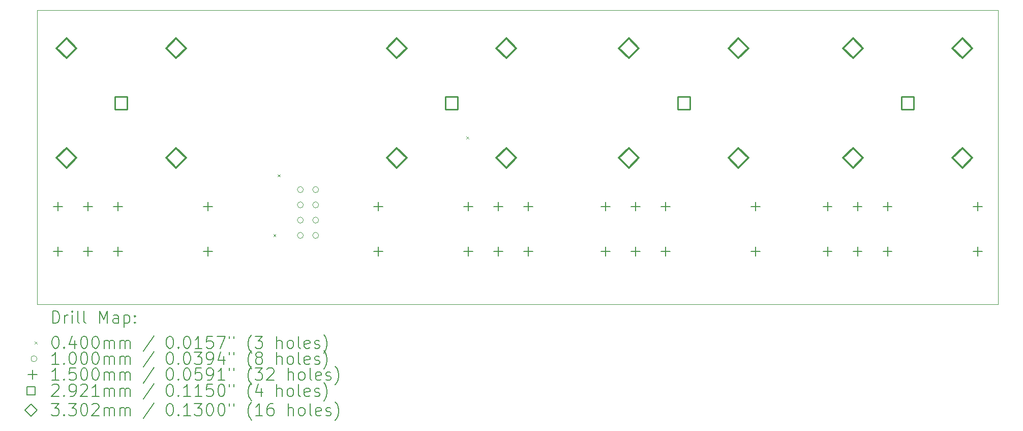
<source format=gbr>
%TF.GenerationSoftware,KiCad,Pcbnew,7.0.9-7.0.9~ubuntu20.04.1*%
%TF.CreationDate,2023-12-17T17:56:01+01:00*%
%TF.ProjectId,PL_switch,504c5f73-7769-4746-9368-2e6b69636164,1.0*%
%TF.SameCoordinates,Original*%
%TF.FileFunction,Drillmap*%
%TF.FilePolarity,Positive*%
%FSLAX45Y45*%
G04 Gerber Fmt 4.5, Leading zero omitted, Abs format (unit mm)*
G04 Created by KiCad (PCBNEW 7.0.9-7.0.9~ubuntu20.04.1) date 2023-12-17 17:56:01*
%MOMM*%
%LPD*%
G01*
G04 APERTURE LIST*
%ADD10C,0.100000*%
%ADD11C,0.200000*%
%ADD12C,0.150000*%
%ADD13C,0.292100*%
%ADD14C,0.330200*%
G04 APERTURE END LIST*
D10*
X5905500Y-7366000D02*
X21907500Y-7366000D01*
X21907500Y-12255500D01*
X5905500Y-12255500D01*
X5905500Y-7366000D01*
D11*
D10*
X9836520Y-11089520D02*
X9876520Y-11129520D01*
X9876520Y-11089520D02*
X9836520Y-11129520D01*
X9907690Y-10096890D02*
X9947690Y-10136890D01*
X9947690Y-10096890D02*
X9907690Y-10136890D01*
X13052770Y-9465400D02*
X13092770Y-9505400D01*
X13092770Y-9465400D02*
X13052770Y-9505400D01*
X10337000Y-10350500D02*
G75*
G03*
X10337000Y-10350500I-50000J0D01*
G01*
X10337000Y-10604500D02*
G75*
G03*
X10337000Y-10604500I-50000J0D01*
G01*
X10337000Y-10858500D02*
G75*
G03*
X10337000Y-10858500I-50000J0D01*
G01*
X10337000Y-11112500D02*
G75*
G03*
X10337000Y-11112500I-50000J0D01*
G01*
X10591000Y-10350500D02*
G75*
G03*
X10591000Y-10350500I-50000J0D01*
G01*
X10591000Y-10604500D02*
G75*
G03*
X10591000Y-10604500I-50000J0D01*
G01*
X10591000Y-10858500D02*
G75*
G03*
X10591000Y-10858500I-50000J0D01*
G01*
X10591000Y-11112500D02*
G75*
G03*
X10591000Y-11112500I-50000J0D01*
G01*
D12*
X6247550Y-10554450D02*
X6247550Y-10704450D01*
X6172550Y-10629450D02*
X6322550Y-10629450D01*
X6247550Y-11304450D02*
X6247550Y-11454450D01*
X6172550Y-11379450D02*
X6322550Y-11379450D01*
X6747550Y-10554450D02*
X6747550Y-10704450D01*
X6672550Y-10629450D02*
X6822550Y-10629450D01*
X6747550Y-11304450D02*
X6747550Y-11454450D01*
X6672550Y-11379450D02*
X6822550Y-11379450D01*
X7247550Y-10554450D02*
X7247550Y-10704450D01*
X7172550Y-10629450D02*
X7322550Y-10629450D01*
X7247550Y-11304450D02*
X7247550Y-11454450D01*
X7172550Y-11379450D02*
X7322550Y-11379450D01*
X8747550Y-10554450D02*
X8747550Y-10704450D01*
X8672550Y-10629450D02*
X8822550Y-10629450D01*
X8747550Y-11304450D02*
X8747550Y-11454450D01*
X8672550Y-11379450D02*
X8822550Y-11379450D01*
X11582400Y-10554200D02*
X11582400Y-10704200D01*
X11507400Y-10629200D02*
X11657400Y-10629200D01*
X11582400Y-11304200D02*
X11582400Y-11454200D01*
X11507400Y-11379200D02*
X11657400Y-11379200D01*
X13082400Y-10554200D02*
X13082400Y-10704200D01*
X13007400Y-10629200D02*
X13157400Y-10629200D01*
X13082400Y-11304200D02*
X13082400Y-11454200D01*
X13007400Y-11379200D02*
X13157400Y-11379200D01*
X13582400Y-10554200D02*
X13582400Y-10704200D01*
X13507400Y-10629200D02*
X13657400Y-10629200D01*
X13582400Y-11304200D02*
X13582400Y-11454200D01*
X13507400Y-11379200D02*
X13657400Y-11379200D01*
X14082400Y-10554200D02*
X14082400Y-10704200D01*
X14007400Y-10629200D02*
X14157400Y-10629200D01*
X14082400Y-11304200D02*
X14082400Y-11454200D01*
X14007400Y-11379200D02*
X14157400Y-11379200D01*
X15368900Y-10554450D02*
X15368900Y-10704450D01*
X15293900Y-10629450D02*
X15443900Y-10629450D01*
X15368900Y-11304450D02*
X15368900Y-11454450D01*
X15293900Y-11379450D02*
X15443900Y-11379450D01*
X15868900Y-10554450D02*
X15868900Y-10704450D01*
X15793900Y-10629450D02*
X15943900Y-10629450D01*
X15868900Y-11304450D02*
X15868900Y-11454450D01*
X15793900Y-11379450D02*
X15943900Y-11379450D01*
X16368900Y-10554450D02*
X16368900Y-10704450D01*
X16293900Y-10629450D02*
X16443900Y-10629450D01*
X16368900Y-11304450D02*
X16368900Y-11454450D01*
X16293900Y-11379450D02*
X16443900Y-11379450D01*
X17868900Y-10554450D02*
X17868900Y-10704450D01*
X17793900Y-10629450D02*
X17943900Y-10629450D01*
X17868900Y-11304450D02*
X17868900Y-11454450D01*
X17793900Y-11379450D02*
X17943900Y-11379450D01*
X19064600Y-10554450D02*
X19064600Y-10704450D01*
X18989600Y-10629450D02*
X19139600Y-10629450D01*
X19064600Y-11304450D02*
X19064600Y-11454450D01*
X18989600Y-11379450D02*
X19139600Y-11379450D01*
X19564600Y-10554450D02*
X19564600Y-10704450D01*
X19489600Y-10629450D02*
X19639600Y-10629450D01*
X19564600Y-11304450D02*
X19564600Y-11454450D01*
X19489600Y-11379450D02*
X19639600Y-11379450D01*
X20064600Y-10554450D02*
X20064600Y-10704450D01*
X19989600Y-10629450D02*
X20139600Y-10629450D01*
X20064600Y-11304450D02*
X20064600Y-11454450D01*
X19989600Y-11379450D02*
X20139600Y-11379450D01*
X21564600Y-10554450D02*
X21564600Y-10704450D01*
X21489600Y-10629450D02*
X21639600Y-10629450D01*
X21564600Y-11304450D02*
X21564600Y-11454450D01*
X21489600Y-11379450D02*
X21639600Y-11379450D01*
D13*
X7405774Y-9013274D02*
X7405774Y-8806726D01*
X7199226Y-8806726D01*
X7199226Y-9013274D01*
X7405774Y-9013274D01*
X12904874Y-9013274D02*
X12904874Y-8806726D01*
X12698326Y-8806726D01*
X12698326Y-9013274D01*
X12904874Y-9013274D01*
X16773274Y-9013274D02*
X16773274Y-8806726D01*
X16566726Y-8806726D01*
X16566726Y-9013274D01*
X16773274Y-9013274D01*
X20503274Y-9013274D02*
X20503274Y-8806726D01*
X20296726Y-8806726D01*
X20296726Y-9013274D01*
X20503274Y-9013274D01*
D14*
X6390640Y-8163240D02*
X6555740Y-7998140D01*
X6390640Y-7833040D01*
X6225540Y-7998140D01*
X6390640Y-8163240D01*
X6390640Y-9986960D02*
X6555740Y-9821860D01*
X6390640Y-9656760D01*
X6225540Y-9821860D01*
X6390640Y-9986960D01*
X8214360Y-8163240D02*
X8379460Y-7998140D01*
X8214360Y-7833040D01*
X8049260Y-7998140D01*
X8214360Y-8163240D01*
X8214360Y-9986960D02*
X8379460Y-9821860D01*
X8214360Y-9656760D01*
X8049260Y-9821860D01*
X8214360Y-9986960D01*
X11889740Y-8163240D02*
X12054840Y-7998140D01*
X11889740Y-7833040D01*
X11724640Y-7998140D01*
X11889740Y-8163240D01*
X11889740Y-9986960D02*
X12054840Y-9821860D01*
X11889740Y-9656760D01*
X11724640Y-9821860D01*
X11889740Y-9986960D01*
X13713460Y-8163240D02*
X13878560Y-7998140D01*
X13713460Y-7833040D01*
X13548360Y-7998140D01*
X13713460Y-8163240D01*
X13713460Y-9986960D02*
X13878560Y-9821860D01*
X13713460Y-9656760D01*
X13548360Y-9821860D01*
X13713460Y-9986960D01*
X15758140Y-8163240D02*
X15923240Y-7998140D01*
X15758140Y-7833040D01*
X15593040Y-7998140D01*
X15758140Y-8163240D01*
X15758140Y-9986960D02*
X15923240Y-9821860D01*
X15758140Y-9656760D01*
X15593040Y-9821860D01*
X15758140Y-9986960D01*
X17581860Y-8163240D02*
X17746960Y-7998140D01*
X17581860Y-7833040D01*
X17416760Y-7998140D01*
X17581860Y-8163240D01*
X17581860Y-9986960D02*
X17746960Y-9821860D01*
X17581860Y-9656760D01*
X17416760Y-9821860D01*
X17581860Y-9986960D01*
X19488140Y-8163240D02*
X19653240Y-7998140D01*
X19488140Y-7833040D01*
X19323040Y-7998140D01*
X19488140Y-8163240D01*
X19488140Y-9986960D02*
X19653240Y-9821860D01*
X19488140Y-9656760D01*
X19323040Y-9821860D01*
X19488140Y-9986960D01*
X21311860Y-8163240D02*
X21476960Y-7998140D01*
X21311860Y-7833040D01*
X21146760Y-7998140D01*
X21311860Y-8163240D01*
X21311860Y-9986960D02*
X21476960Y-9821860D01*
X21311860Y-9656760D01*
X21146760Y-9821860D01*
X21311860Y-9986960D01*
D11*
X6161277Y-12571984D02*
X6161277Y-12371984D01*
X6161277Y-12371984D02*
X6208896Y-12371984D01*
X6208896Y-12371984D02*
X6237467Y-12381508D01*
X6237467Y-12381508D02*
X6256515Y-12400555D01*
X6256515Y-12400555D02*
X6266039Y-12419603D01*
X6266039Y-12419603D02*
X6275562Y-12457698D01*
X6275562Y-12457698D02*
X6275562Y-12486269D01*
X6275562Y-12486269D02*
X6266039Y-12524365D01*
X6266039Y-12524365D02*
X6256515Y-12543412D01*
X6256515Y-12543412D02*
X6237467Y-12562460D01*
X6237467Y-12562460D02*
X6208896Y-12571984D01*
X6208896Y-12571984D02*
X6161277Y-12571984D01*
X6361277Y-12571984D02*
X6361277Y-12438650D01*
X6361277Y-12476746D02*
X6370801Y-12457698D01*
X6370801Y-12457698D02*
X6380324Y-12448174D01*
X6380324Y-12448174D02*
X6399372Y-12438650D01*
X6399372Y-12438650D02*
X6418420Y-12438650D01*
X6485086Y-12571984D02*
X6485086Y-12438650D01*
X6485086Y-12371984D02*
X6475562Y-12381508D01*
X6475562Y-12381508D02*
X6485086Y-12391031D01*
X6485086Y-12391031D02*
X6494610Y-12381508D01*
X6494610Y-12381508D02*
X6485086Y-12371984D01*
X6485086Y-12371984D02*
X6485086Y-12391031D01*
X6608896Y-12571984D02*
X6589848Y-12562460D01*
X6589848Y-12562460D02*
X6580324Y-12543412D01*
X6580324Y-12543412D02*
X6580324Y-12371984D01*
X6713658Y-12571984D02*
X6694610Y-12562460D01*
X6694610Y-12562460D02*
X6685086Y-12543412D01*
X6685086Y-12543412D02*
X6685086Y-12371984D01*
X6942229Y-12571984D02*
X6942229Y-12371984D01*
X6942229Y-12371984D02*
X7008896Y-12514841D01*
X7008896Y-12514841D02*
X7075562Y-12371984D01*
X7075562Y-12371984D02*
X7075562Y-12571984D01*
X7256515Y-12571984D02*
X7256515Y-12467222D01*
X7256515Y-12467222D02*
X7246991Y-12448174D01*
X7246991Y-12448174D02*
X7227943Y-12438650D01*
X7227943Y-12438650D02*
X7189848Y-12438650D01*
X7189848Y-12438650D02*
X7170801Y-12448174D01*
X7256515Y-12562460D02*
X7237467Y-12571984D01*
X7237467Y-12571984D02*
X7189848Y-12571984D01*
X7189848Y-12571984D02*
X7170801Y-12562460D01*
X7170801Y-12562460D02*
X7161277Y-12543412D01*
X7161277Y-12543412D02*
X7161277Y-12524365D01*
X7161277Y-12524365D02*
X7170801Y-12505317D01*
X7170801Y-12505317D02*
X7189848Y-12495793D01*
X7189848Y-12495793D02*
X7237467Y-12495793D01*
X7237467Y-12495793D02*
X7256515Y-12486269D01*
X7351753Y-12438650D02*
X7351753Y-12638650D01*
X7351753Y-12448174D02*
X7370801Y-12438650D01*
X7370801Y-12438650D02*
X7408896Y-12438650D01*
X7408896Y-12438650D02*
X7427943Y-12448174D01*
X7427943Y-12448174D02*
X7437467Y-12457698D01*
X7437467Y-12457698D02*
X7446991Y-12476746D01*
X7446991Y-12476746D02*
X7446991Y-12533888D01*
X7446991Y-12533888D02*
X7437467Y-12552936D01*
X7437467Y-12552936D02*
X7427943Y-12562460D01*
X7427943Y-12562460D02*
X7408896Y-12571984D01*
X7408896Y-12571984D02*
X7370801Y-12571984D01*
X7370801Y-12571984D02*
X7351753Y-12562460D01*
X7532705Y-12552936D02*
X7542229Y-12562460D01*
X7542229Y-12562460D02*
X7532705Y-12571984D01*
X7532705Y-12571984D02*
X7523182Y-12562460D01*
X7523182Y-12562460D02*
X7532705Y-12552936D01*
X7532705Y-12552936D02*
X7532705Y-12571984D01*
X7532705Y-12448174D02*
X7542229Y-12457698D01*
X7542229Y-12457698D02*
X7532705Y-12467222D01*
X7532705Y-12467222D02*
X7523182Y-12457698D01*
X7523182Y-12457698D02*
X7532705Y-12448174D01*
X7532705Y-12448174D02*
X7532705Y-12467222D01*
D10*
X5860500Y-12880500D02*
X5900500Y-12920500D01*
X5900500Y-12880500D02*
X5860500Y-12920500D01*
D11*
X6199372Y-12791984D02*
X6218420Y-12791984D01*
X6218420Y-12791984D02*
X6237467Y-12801508D01*
X6237467Y-12801508D02*
X6246991Y-12811031D01*
X6246991Y-12811031D02*
X6256515Y-12830079D01*
X6256515Y-12830079D02*
X6266039Y-12868174D01*
X6266039Y-12868174D02*
X6266039Y-12915793D01*
X6266039Y-12915793D02*
X6256515Y-12953888D01*
X6256515Y-12953888D02*
X6246991Y-12972936D01*
X6246991Y-12972936D02*
X6237467Y-12982460D01*
X6237467Y-12982460D02*
X6218420Y-12991984D01*
X6218420Y-12991984D02*
X6199372Y-12991984D01*
X6199372Y-12991984D02*
X6180324Y-12982460D01*
X6180324Y-12982460D02*
X6170801Y-12972936D01*
X6170801Y-12972936D02*
X6161277Y-12953888D01*
X6161277Y-12953888D02*
X6151753Y-12915793D01*
X6151753Y-12915793D02*
X6151753Y-12868174D01*
X6151753Y-12868174D02*
X6161277Y-12830079D01*
X6161277Y-12830079D02*
X6170801Y-12811031D01*
X6170801Y-12811031D02*
X6180324Y-12801508D01*
X6180324Y-12801508D02*
X6199372Y-12791984D01*
X6351753Y-12972936D02*
X6361277Y-12982460D01*
X6361277Y-12982460D02*
X6351753Y-12991984D01*
X6351753Y-12991984D02*
X6342229Y-12982460D01*
X6342229Y-12982460D02*
X6351753Y-12972936D01*
X6351753Y-12972936D02*
X6351753Y-12991984D01*
X6532705Y-12858650D02*
X6532705Y-12991984D01*
X6485086Y-12782460D02*
X6437467Y-12925317D01*
X6437467Y-12925317D02*
X6561277Y-12925317D01*
X6675562Y-12791984D02*
X6694610Y-12791984D01*
X6694610Y-12791984D02*
X6713658Y-12801508D01*
X6713658Y-12801508D02*
X6723182Y-12811031D01*
X6723182Y-12811031D02*
X6732705Y-12830079D01*
X6732705Y-12830079D02*
X6742229Y-12868174D01*
X6742229Y-12868174D02*
X6742229Y-12915793D01*
X6742229Y-12915793D02*
X6732705Y-12953888D01*
X6732705Y-12953888D02*
X6723182Y-12972936D01*
X6723182Y-12972936D02*
X6713658Y-12982460D01*
X6713658Y-12982460D02*
X6694610Y-12991984D01*
X6694610Y-12991984D02*
X6675562Y-12991984D01*
X6675562Y-12991984D02*
X6656515Y-12982460D01*
X6656515Y-12982460D02*
X6646991Y-12972936D01*
X6646991Y-12972936D02*
X6637467Y-12953888D01*
X6637467Y-12953888D02*
X6627943Y-12915793D01*
X6627943Y-12915793D02*
X6627943Y-12868174D01*
X6627943Y-12868174D02*
X6637467Y-12830079D01*
X6637467Y-12830079D02*
X6646991Y-12811031D01*
X6646991Y-12811031D02*
X6656515Y-12801508D01*
X6656515Y-12801508D02*
X6675562Y-12791984D01*
X6866039Y-12791984D02*
X6885086Y-12791984D01*
X6885086Y-12791984D02*
X6904134Y-12801508D01*
X6904134Y-12801508D02*
X6913658Y-12811031D01*
X6913658Y-12811031D02*
X6923182Y-12830079D01*
X6923182Y-12830079D02*
X6932705Y-12868174D01*
X6932705Y-12868174D02*
X6932705Y-12915793D01*
X6932705Y-12915793D02*
X6923182Y-12953888D01*
X6923182Y-12953888D02*
X6913658Y-12972936D01*
X6913658Y-12972936D02*
X6904134Y-12982460D01*
X6904134Y-12982460D02*
X6885086Y-12991984D01*
X6885086Y-12991984D02*
X6866039Y-12991984D01*
X6866039Y-12991984D02*
X6846991Y-12982460D01*
X6846991Y-12982460D02*
X6837467Y-12972936D01*
X6837467Y-12972936D02*
X6827943Y-12953888D01*
X6827943Y-12953888D02*
X6818420Y-12915793D01*
X6818420Y-12915793D02*
X6818420Y-12868174D01*
X6818420Y-12868174D02*
X6827943Y-12830079D01*
X6827943Y-12830079D02*
X6837467Y-12811031D01*
X6837467Y-12811031D02*
X6846991Y-12801508D01*
X6846991Y-12801508D02*
X6866039Y-12791984D01*
X7018420Y-12991984D02*
X7018420Y-12858650D01*
X7018420Y-12877698D02*
X7027943Y-12868174D01*
X7027943Y-12868174D02*
X7046991Y-12858650D01*
X7046991Y-12858650D02*
X7075563Y-12858650D01*
X7075563Y-12858650D02*
X7094610Y-12868174D01*
X7094610Y-12868174D02*
X7104134Y-12887222D01*
X7104134Y-12887222D02*
X7104134Y-12991984D01*
X7104134Y-12887222D02*
X7113658Y-12868174D01*
X7113658Y-12868174D02*
X7132705Y-12858650D01*
X7132705Y-12858650D02*
X7161277Y-12858650D01*
X7161277Y-12858650D02*
X7180324Y-12868174D01*
X7180324Y-12868174D02*
X7189848Y-12887222D01*
X7189848Y-12887222D02*
X7189848Y-12991984D01*
X7285086Y-12991984D02*
X7285086Y-12858650D01*
X7285086Y-12877698D02*
X7294610Y-12868174D01*
X7294610Y-12868174D02*
X7313658Y-12858650D01*
X7313658Y-12858650D02*
X7342229Y-12858650D01*
X7342229Y-12858650D02*
X7361277Y-12868174D01*
X7361277Y-12868174D02*
X7370801Y-12887222D01*
X7370801Y-12887222D02*
X7370801Y-12991984D01*
X7370801Y-12887222D02*
X7380324Y-12868174D01*
X7380324Y-12868174D02*
X7399372Y-12858650D01*
X7399372Y-12858650D02*
X7427943Y-12858650D01*
X7427943Y-12858650D02*
X7446991Y-12868174D01*
X7446991Y-12868174D02*
X7456515Y-12887222D01*
X7456515Y-12887222D02*
X7456515Y-12991984D01*
X7846991Y-12782460D02*
X7675563Y-13039603D01*
X8104134Y-12791984D02*
X8123182Y-12791984D01*
X8123182Y-12791984D02*
X8142229Y-12801508D01*
X8142229Y-12801508D02*
X8151753Y-12811031D01*
X8151753Y-12811031D02*
X8161277Y-12830079D01*
X8161277Y-12830079D02*
X8170801Y-12868174D01*
X8170801Y-12868174D02*
X8170801Y-12915793D01*
X8170801Y-12915793D02*
X8161277Y-12953888D01*
X8161277Y-12953888D02*
X8151753Y-12972936D01*
X8151753Y-12972936D02*
X8142229Y-12982460D01*
X8142229Y-12982460D02*
X8123182Y-12991984D01*
X8123182Y-12991984D02*
X8104134Y-12991984D01*
X8104134Y-12991984D02*
X8085086Y-12982460D01*
X8085086Y-12982460D02*
X8075563Y-12972936D01*
X8075563Y-12972936D02*
X8066039Y-12953888D01*
X8066039Y-12953888D02*
X8056515Y-12915793D01*
X8056515Y-12915793D02*
X8056515Y-12868174D01*
X8056515Y-12868174D02*
X8066039Y-12830079D01*
X8066039Y-12830079D02*
X8075563Y-12811031D01*
X8075563Y-12811031D02*
X8085086Y-12801508D01*
X8085086Y-12801508D02*
X8104134Y-12791984D01*
X8256515Y-12972936D02*
X8266039Y-12982460D01*
X8266039Y-12982460D02*
X8256515Y-12991984D01*
X8256515Y-12991984D02*
X8246991Y-12982460D01*
X8246991Y-12982460D02*
X8256515Y-12972936D01*
X8256515Y-12972936D02*
X8256515Y-12991984D01*
X8389848Y-12791984D02*
X8408896Y-12791984D01*
X8408896Y-12791984D02*
X8427944Y-12801508D01*
X8427944Y-12801508D02*
X8437468Y-12811031D01*
X8437468Y-12811031D02*
X8446991Y-12830079D01*
X8446991Y-12830079D02*
X8456515Y-12868174D01*
X8456515Y-12868174D02*
X8456515Y-12915793D01*
X8456515Y-12915793D02*
X8446991Y-12953888D01*
X8446991Y-12953888D02*
X8437468Y-12972936D01*
X8437468Y-12972936D02*
X8427944Y-12982460D01*
X8427944Y-12982460D02*
X8408896Y-12991984D01*
X8408896Y-12991984D02*
X8389848Y-12991984D01*
X8389848Y-12991984D02*
X8370801Y-12982460D01*
X8370801Y-12982460D02*
X8361277Y-12972936D01*
X8361277Y-12972936D02*
X8351753Y-12953888D01*
X8351753Y-12953888D02*
X8342229Y-12915793D01*
X8342229Y-12915793D02*
X8342229Y-12868174D01*
X8342229Y-12868174D02*
X8351753Y-12830079D01*
X8351753Y-12830079D02*
X8361277Y-12811031D01*
X8361277Y-12811031D02*
X8370801Y-12801508D01*
X8370801Y-12801508D02*
X8389848Y-12791984D01*
X8646991Y-12991984D02*
X8532706Y-12991984D01*
X8589848Y-12991984D02*
X8589848Y-12791984D01*
X8589848Y-12791984D02*
X8570801Y-12820555D01*
X8570801Y-12820555D02*
X8551753Y-12839603D01*
X8551753Y-12839603D02*
X8532706Y-12849127D01*
X8827944Y-12791984D02*
X8732706Y-12791984D01*
X8732706Y-12791984D02*
X8723182Y-12887222D01*
X8723182Y-12887222D02*
X8732706Y-12877698D01*
X8732706Y-12877698D02*
X8751753Y-12868174D01*
X8751753Y-12868174D02*
X8799372Y-12868174D01*
X8799372Y-12868174D02*
X8818420Y-12877698D01*
X8818420Y-12877698D02*
X8827944Y-12887222D01*
X8827944Y-12887222D02*
X8837468Y-12906269D01*
X8837468Y-12906269D02*
X8837468Y-12953888D01*
X8837468Y-12953888D02*
X8827944Y-12972936D01*
X8827944Y-12972936D02*
X8818420Y-12982460D01*
X8818420Y-12982460D02*
X8799372Y-12991984D01*
X8799372Y-12991984D02*
X8751753Y-12991984D01*
X8751753Y-12991984D02*
X8732706Y-12982460D01*
X8732706Y-12982460D02*
X8723182Y-12972936D01*
X8904134Y-12791984D02*
X9037468Y-12791984D01*
X9037468Y-12791984D02*
X8951753Y-12991984D01*
X9104134Y-12791984D02*
X9104134Y-12830079D01*
X9180325Y-12791984D02*
X9180325Y-12830079D01*
X9475563Y-13068174D02*
X9466039Y-13058650D01*
X9466039Y-13058650D02*
X9446991Y-13030079D01*
X9446991Y-13030079D02*
X9437468Y-13011031D01*
X9437468Y-13011031D02*
X9427944Y-12982460D01*
X9427944Y-12982460D02*
X9418420Y-12934841D01*
X9418420Y-12934841D02*
X9418420Y-12896746D01*
X9418420Y-12896746D02*
X9427944Y-12849127D01*
X9427944Y-12849127D02*
X9437468Y-12820555D01*
X9437468Y-12820555D02*
X9446991Y-12801508D01*
X9446991Y-12801508D02*
X9466039Y-12772936D01*
X9466039Y-12772936D02*
X9475563Y-12763412D01*
X9532706Y-12791984D02*
X9656515Y-12791984D01*
X9656515Y-12791984D02*
X9589849Y-12868174D01*
X9589849Y-12868174D02*
X9618420Y-12868174D01*
X9618420Y-12868174D02*
X9637468Y-12877698D01*
X9637468Y-12877698D02*
X9646991Y-12887222D01*
X9646991Y-12887222D02*
X9656515Y-12906269D01*
X9656515Y-12906269D02*
X9656515Y-12953888D01*
X9656515Y-12953888D02*
X9646991Y-12972936D01*
X9646991Y-12972936D02*
X9637468Y-12982460D01*
X9637468Y-12982460D02*
X9618420Y-12991984D01*
X9618420Y-12991984D02*
X9561277Y-12991984D01*
X9561277Y-12991984D02*
X9542230Y-12982460D01*
X9542230Y-12982460D02*
X9532706Y-12972936D01*
X9894611Y-12991984D02*
X9894611Y-12791984D01*
X9980325Y-12991984D02*
X9980325Y-12887222D01*
X9980325Y-12887222D02*
X9970801Y-12868174D01*
X9970801Y-12868174D02*
X9951753Y-12858650D01*
X9951753Y-12858650D02*
X9923182Y-12858650D01*
X9923182Y-12858650D02*
X9904134Y-12868174D01*
X9904134Y-12868174D02*
X9894611Y-12877698D01*
X10104134Y-12991984D02*
X10085087Y-12982460D01*
X10085087Y-12982460D02*
X10075563Y-12972936D01*
X10075563Y-12972936D02*
X10066039Y-12953888D01*
X10066039Y-12953888D02*
X10066039Y-12896746D01*
X10066039Y-12896746D02*
X10075563Y-12877698D01*
X10075563Y-12877698D02*
X10085087Y-12868174D01*
X10085087Y-12868174D02*
X10104134Y-12858650D01*
X10104134Y-12858650D02*
X10132706Y-12858650D01*
X10132706Y-12858650D02*
X10151753Y-12868174D01*
X10151753Y-12868174D02*
X10161277Y-12877698D01*
X10161277Y-12877698D02*
X10170801Y-12896746D01*
X10170801Y-12896746D02*
X10170801Y-12953888D01*
X10170801Y-12953888D02*
X10161277Y-12972936D01*
X10161277Y-12972936D02*
X10151753Y-12982460D01*
X10151753Y-12982460D02*
X10132706Y-12991984D01*
X10132706Y-12991984D02*
X10104134Y-12991984D01*
X10285087Y-12991984D02*
X10266039Y-12982460D01*
X10266039Y-12982460D02*
X10256515Y-12963412D01*
X10256515Y-12963412D02*
X10256515Y-12791984D01*
X10437468Y-12982460D02*
X10418420Y-12991984D01*
X10418420Y-12991984D02*
X10380325Y-12991984D01*
X10380325Y-12991984D02*
X10361277Y-12982460D01*
X10361277Y-12982460D02*
X10351753Y-12963412D01*
X10351753Y-12963412D02*
X10351753Y-12887222D01*
X10351753Y-12887222D02*
X10361277Y-12868174D01*
X10361277Y-12868174D02*
X10380325Y-12858650D01*
X10380325Y-12858650D02*
X10418420Y-12858650D01*
X10418420Y-12858650D02*
X10437468Y-12868174D01*
X10437468Y-12868174D02*
X10446992Y-12887222D01*
X10446992Y-12887222D02*
X10446992Y-12906269D01*
X10446992Y-12906269D02*
X10351753Y-12925317D01*
X10523182Y-12982460D02*
X10542230Y-12991984D01*
X10542230Y-12991984D02*
X10580325Y-12991984D01*
X10580325Y-12991984D02*
X10599373Y-12982460D01*
X10599373Y-12982460D02*
X10608896Y-12963412D01*
X10608896Y-12963412D02*
X10608896Y-12953888D01*
X10608896Y-12953888D02*
X10599373Y-12934841D01*
X10599373Y-12934841D02*
X10580325Y-12925317D01*
X10580325Y-12925317D02*
X10551753Y-12925317D01*
X10551753Y-12925317D02*
X10532706Y-12915793D01*
X10532706Y-12915793D02*
X10523182Y-12896746D01*
X10523182Y-12896746D02*
X10523182Y-12887222D01*
X10523182Y-12887222D02*
X10532706Y-12868174D01*
X10532706Y-12868174D02*
X10551753Y-12858650D01*
X10551753Y-12858650D02*
X10580325Y-12858650D01*
X10580325Y-12858650D02*
X10599373Y-12868174D01*
X10675563Y-13068174D02*
X10685087Y-13058650D01*
X10685087Y-13058650D02*
X10704134Y-13030079D01*
X10704134Y-13030079D02*
X10713658Y-13011031D01*
X10713658Y-13011031D02*
X10723182Y-12982460D01*
X10723182Y-12982460D02*
X10732706Y-12934841D01*
X10732706Y-12934841D02*
X10732706Y-12896746D01*
X10732706Y-12896746D02*
X10723182Y-12849127D01*
X10723182Y-12849127D02*
X10713658Y-12820555D01*
X10713658Y-12820555D02*
X10704134Y-12801508D01*
X10704134Y-12801508D02*
X10685087Y-12772936D01*
X10685087Y-12772936D02*
X10675563Y-12763412D01*
D10*
X5900500Y-13164500D02*
G75*
G03*
X5900500Y-13164500I-50000J0D01*
G01*
D11*
X6266039Y-13255984D02*
X6151753Y-13255984D01*
X6208896Y-13255984D02*
X6208896Y-13055984D01*
X6208896Y-13055984D02*
X6189848Y-13084555D01*
X6189848Y-13084555D02*
X6170801Y-13103603D01*
X6170801Y-13103603D02*
X6151753Y-13113127D01*
X6351753Y-13236936D02*
X6361277Y-13246460D01*
X6361277Y-13246460D02*
X6351753Y-13255984D01*
X6351753Y-13255984D02*
X6342229Y-13246460D01*
X6342229Y-13246460D02*
X6351753Y-13236936D01*
X6351753Y-13236936D02*
X6351753Y-13255984D01*
X6485086Y-13055984D02*
X6504134Y-13055984D01*
X6504134Y-13055984D02*
X6523182Y-13065508D01*
X6523182Y-13065508D02*
X6532705Y-13075031D01*
X6532705Y-13075031D02*
X6542229Y-13094079D01*
X6542229Y-13094079D02*
X6551753Y-13132174D01*
X6551753Y-13132174D02*
X6551753Y-13179793D01*
X6551753Y-13179793D02*
X6542229Y-13217888D01*
X6542229Y-13217888D02*
X6532705Y-13236936D01*
X6532705Y-13236936D02*
X6523182Y-13246460D01*
X6523182Y-13246460D02*
X6504134Y-13255984D01*
X6504134Y-13255984D02*
X6485086Y-13255984D01*
X6485086Y-13255984D02*
X6466039Y-13246460D01*
X6466039Y-13246460D02*
X6456515Y-13236936D01*
X6456515Y-13236936D02*
X6446991Y-13217888D01*
X6446991Y-13217888D02*
X6437467Y-13179793D01*
X6437467Y-13179793D02*
X6437467Y-13132174D01*
X6437467Y-13132174D02*
X6446991Y-13094079D01*
X6446991Y-13094079D02*
X6456515Y-13075031D01*
X6456515Y-13075031D02*
X6466039Y-13065508D01*
X6466039Y-13065508D02*
X6485086Y-13055984D01*
X6675562Y-13055984D02*
X6694610Y-13055984D01*
X6694610Y-13055984D02*
X6713658Y-13065508D01*
X6713658Y-13065508D02*
X6723182Y-13075031D01*
X6723182Y-13075031D02*
X6732705Y-13094079D01*
X6732705Y-13094079D02*
X6742229Y-13132174D01*
X6742229Y-13132174D02*
X6742229Y-13179793D01*
X6742229Y-13179793D02*
X6732705Y-13217888D01*
X6732705Y-13217888D02*
X6723182Y-13236936D01*
X6723182Y-13236936D02*
X6713658Y-13246460D01*
X6713658Y-13246460D02*
X6694610Y-13255984D01*
X6694610Y-13255984D02*
X6675562Y-13255984D01*
X6675562Y-13255984D02*
X6656515Y-13246460D01*
X6656515Y-13246460D02*
X6646991Y-13236936D01*
X6646991Y-13236936D02*
X6637467Y-13217888D01*
X6637467Y-13217888D02*
X6627943Y-13179793D01*
X6627943Y-13179793D02*
X6627943Y-13132174D01*
X6627943Y-13132174D02*
X6637467Y-13094079D01*
X6637467Y-13094079D02*
X6646991Y-13075031D01*
X6646991Y-13075031D02*
X6656515Y-13065508D01*
X6656515Y-13065508D02*
X6675562Y-13055984D01*
X6866039Y-13055984D02*
X6885086Y-13055984D01*
X6885086Y-13055984D02*
X6904134Y-13065508D01*
X6904134Y-13065508D02*
X6913658Y-13075031D01*
X6913658Y-13075031D02*
X6923182Y-13094079D01*
X6923182Y-13094079D02*
X6932705Y-13132174D01*
X6932705Y-13132174D02*
X6932705Y-13179793D01*
X6932705Y-13179793D02*
X6923182Y-13217888D01*
X6923182Y-13217888D02*
X6913658Y-13236936D01*
X6913658Y-13236936D02*
X6904134Y-13246460D01*
X6904134Y-13246460D02*
X6885086Y-13255984D01*
X6885086Y-13255984D02*
X6866039Y-13255984D01*
X6866039Y-13255984D02*
X6846991Y-13246460D01*
X6846991Y-13246460D02*
X6837467Y-13236936D01*
X6837467Y-13236936D02*
X6827943Y-13217888D01*
X6827943Y-13217888D02*
X6818420Y-13179793D01*
X6818420Y-13179793D02*
X6818420Y-13132174D01*
X6818420Y-13132174D02*
X6827943Y-13094079D01*
X6827943Y-13094079D02*
X6837467Y-13075031D01*
X6837467Y-13075031D02*
X6846991Y-13065508D01*
X6846991Y-13065508D02*
X6866039Y-13055984D01*
X7018420Y-13255984D02*
X7018420Y-13122650D01*
X7018420Y-13141698D02*
X7027943Y-13132174D01*
X7027943Y-13132174D02*
X7046991Y-13122650D01*
X7046991Y-13122650D02*
X7075563Y-13122650D01*
X7075563Y-13122650D02*
X7094610Y-13132174D01*
X7094610Y-13132174D02*
X7104134Y-13151222D01*
X7104134Y-13151222D02*
X7104134Y-13255984D01*
X7104134Y-13151222D02*
X7113658Y-13132174D01*
X7113658Y-13132174D02*
X7132705Y-13122650D01*
X7132705Y-13122650D02*
X7161277Y-13122650D01*
X7161277Y-13122650D02*
X7180324Y-13132174D01*
X7180324Y-13132174D02*
X7189848Y-13151222D01*
X7189848Y-13151222D02*
X7189848Y-13255984D01*
X7285086Y-13255984D02*
X7285086Y-13122650D01*
X7285086Y-13141698D02*
X7294610Y-13132174D01*
X7294610Y-13132174D02*
X7313658Y-13122650D01*
X7313658Y-13122650D02*
X7342229Y-13122650D01*
X7342229Y-13122650D02*
X7361277Y-13132174D01*
X7361277Y-13132174D02*
X7370801Y-13151222D01*
X7370801Y-13151222D02*
X7370801Y-13255984D01*
X7370801Y-13151222D02*
X7380324Y-13132174D01*
X7380324Y-13132174D02*
X7399372Y-13122650D01*
X7399372Y-13122650D02*
X7427943Y-13122650D01*
X7427943Y-13122650D02*
X7446991Y-13132174D01*
X7446991Y-13132174D02*
X7456515Y-13151222D01*
X7456515Y-13151222D02*
X7456515Y-13255984D01*
X7846991Y-13046460D02*
X7675563Y-13303603D01*
X8104134Y-13055984D02*
X8123182Y-13055984D01*
X8123182Y-13055984D02*
X8142229Y-13065508D01*
X8142229Y-13065508D02*
X8151753Y-13075031D01*
X8151753Y-13075031D02*
X8161277Y-13094079D01*
X8161277Y-13094079D02*
X8170801Y-13132174D01*
X8170801Y-13132174D02*
X8170801Y-13179793D01*
X8170801Y-13179793D02*
X8161277Y-13217888D01*
X8161277Y-13217888D02*
X8151753Y-13236936D01*
X8151753Y-13236936D02*
X8142229Y-13246460D01*
X8142229Y-13246460D02*
X8123182Y-13255984D01*
X8123182Y-13255984D02*
X8104134Y-13255984D01*
X8104134Y-13255984D02*
X8085086Y-13246460D01*
X8085086Y-13246460D02*
X8075563Y-13236936D01*
X8075563Y-13236936D02*
X8066039Y-13217888D01*
X8066039Y-13217888D02*
X8056515Y-13179793D01*
X8056515Y-13179793D02*
X8056515Y-13132174D01*
X8056515Y-13132174D02*
X8066039Y-13094079D01*
X8066039Y-13094079D02*
X8075563Y-13075031D01*
X8075563Y-13075031D02*
X8085086Y-13065508D01*
X8085086Y-13065508D02*
X8104134Y-13055984D01*
X8256515Y-13236936D02*
X8266039Y-13246460D01*
X8266039Y-13246460D02*
X8256515Y-13255984D01*
X8256515Y-13255984D02*
X8246991Y-13246460D01*
X8246991Y-13246460D02*
X8256515Y-13236936D01*
X8256515Y-13236936D02*
X8256515Y-13255984D01*
X8389848Y-13055984D02*
X8408896Y-13055984D01*
X8408896Y-13055984D02*
X8427944Y-13065508D01*
X8427944Y-13065508D02*
X8437468Y-13075031D01*
X8437468Y-13075031D02*
X8446991Y-13094079D01*
X8446991Y-13094079D02*
X8456515Y-13132174D01*
X8456515Y-13132174D02*
X8456515Y-13179793D01*
X8456515Y-13179793D02*
X8446991Y-13217888D01*
X8446991Y-13217888D02*
X8437468Y-13236936D01*
X8437468Y-13236936D02*
X8427944Y-13246460D01*
X8427944Y-13246460D02*
X8408896Y-13255984D01*
X8408896Y-13255984D02*
X8389848Y-13255984D01*
X8389848Y-13255984D02*
X8370801Y-13246460D01*
X8370801Y-13246460D02*
X8361277Y-13236936D01*
X8361277Y-13236936D02*
X8351753Y-13217888D01*
X8351753Y-13217888D02*
X8342229Y-13179793D01*
X8342229Y-13179793D02*
X8342229Y-13132174D01*
X8342229Y-13132174D02*
X8351753Y-13094079D01*
X8351753Y-13094079D02*
X8361277Y-13075031D01*
X8361277Y-13075031D02*
X8370801Y-13065508D01*
X8370801Y-13065508D02*
X8389848Y-13055984D01*
X8523182Y-13055984D02*
X8646991Y-13055984D01*
X8646991Y-13055984D02*
X8580325Y-13132174D01*
X8580325Y-13132174D02*
X8608896Y-13132174D01*
X8608896Y-13132174D02*
X8627944Y-13141698D01*
X8627944Y-13141698D02*
X8637468Y-13151222D01*
X8637468Y-13151222D02*
X8646991Y-13170269D01*
X8646991Y-13170269D02*
X8646991Y-13217888D01*
X8646991Y-13217888D02*
X8637468Y-13236936D01*
X8637468Y-13236936D02*
X8627944Y-13246460D01*
X8627944Y-13246460D02*
X8608896Y-13255984D01*
X8608896Y-13255984D02*
X8551753Y-13255984D01*
X8551753Y-13255984D02*
X8532706Y-13246460D01*
X8532706Y-13246460D02*
X8523182Y-13236936D01*
X8742229Y-13255984D02*
X8780325Y-13255984D01*
X8780325Y-13255984D02*
X8799372Y-13246460D01*
X8799372Y-13246460D02*
X8808896Y-13236936D01*
X8808896Y-13236936D02*
X8827944Y-13208365D01*
X8827944Y-13208365D02*
X8837468Y-13170269D01*
X8837468Y-13170269D02*
X8837468Y-13094079D01*
X8837468Y-13094079D02*
X8827944Y-13075031D01*
X8827944Y-13075031D02*
X8818420Y-13065508D01*
X8818420Y-13065508D02*
X8799372Y-13055984D01*
X8799372Y-13055984D02*
X8761277Y-13055984D01*
X8761277Y-13055984D02*
X8742229Y-13065508D01*
X8742229Y-13065508D02*
X8732706Y-13075031D01*
X8732706Y-13075031D02*
X8723182Y-13094079D01*
X8723182Y-13094079D02*
X8723182Y-13141698D01*
X8723182Y-13141698D02*
X8732706Y-13160746D01*
X8732706Y-13160746D02*
X8742229Y-13170269D01*
X8742229Y-13170269D02*
X8761277Y-13179793D01*
X8761277Y-13179793D02*
X8799372Y-13179793D01*
X8799372Y-13179793D02*
X8818420Y-13170269D01*
X8818420Y-13170269D02*
X8827944Y-13160746D01*
X8827944Y-13160746D02*
X8837468Y-13141698D01*
X9008896Y-13122650D02*
X9008896Y-13255984D01*
X8961277Y-13046460D02*
X8913658Y-13189317D01*
X8913658Y-13189317D02*
X9037468Y-13189317D01*
X9104134Y-13055984D02*
X9104134Y-13094079D01*
X9180325Y-13055984D02*
X9180325Y-13094079D01*
X9475563Y-13332174D02*
X9466039Y-13322650D01*
X9466039Y-13322650D02*
X9446991Y-13294079D01*
X9446991Y-13294079D02*
X9437468Y-13275031D01*
X9437468Y-13275031D02*
X9427944Y-13246460D01*
X9427944Y-13246460D02*
X9418420Y-13198841D01*
X9418420Y-13198841D02*
X9418420Y-13160746D01*
X9418420Y-13160746D02*
X9427944Y-13113127D01*
X9427944Y-13113127D02*
X9437468Y-13084555D01*
X9437468Y-13084555D02*
X9446991Y-13065508D01*
X9446991Y-13065508D02*
X9466039Y-13036936D01*
X9466039Y-13036936D02*
X9475563Y-13027412D01*
X9580325Y-13141698D02*
X9561277Y-13132174D01*
X9561277Y-13132174D02*
X9551753Y-13122650D01*
X9551753Y-13122650D02*
X9542230Y-13103603D01*
X9542230Y-13103603D02*
X9542230Y-13094079D01*
X9542230Y-13094079D02*
X9551753Y-13075031D01*
X9551753Y-13075031D02*
X9561277Y-13065508D01*
X9561277Y-13065508D02*
X9580325Y-13055984D01*
X9580325Y-13055984D02*
X9618420Y-13055984D01*
X9618420Y-13055984D02*
X9637468Y-13065508D01*
X9637468Y-13065508D02*
X9646991Y-13075031D01*
X9646991Y-13075031D02*
X9656515Y-13094079D01*
X9656515Y-13094079D02*
X9656515Y-13103603D01*
X9656515Y-13103603D02*
X9646991Y-13122650D01*
X9646991Y-13122650D02*
X9637468Y-13132174D01*
X9637468Y-13132174D02*
X9618420Y-13141698D01*
X9618420Y-13141698D02*
X9580325Y-13141698D01*
X9580325Y-13141698D02*
X9561277Y-13151222D01*
X9561277Y-13151222D02*
X9551753Y-13160746D01*
X9551753Y-13160746D02*
X9542230Y-13179793D01*
X9542230Y-13179793D02*
X9542230Y-13217888D01*
X9542230Y-13217888D02*
X9551753Y-13236936D01*
X9551753Y-13236936D02*
X9561277Y-13246460D01*
X9561277Y-13246460D02*
X9580325Y-13255984D01*
X9580325Y-13255984D02*
X9618420Y-13255984D01*
X9618420Y-13255984D02*
X9637468Y-13246460D01*
X9637468Y-13246460D02*
X9646991Y-13236936D01*
X9646991Y-13236936D02*
X9656515Y-13217888D01*
X9656515Y-13217888D02*
X9656515Y-13179793D01*
X9656515Y-13179793D02*
X9646991Y-13160746D01*
X9646991Y-13160746D02*
X9637468Y-13151222D01*
X9637468Y-13151222D02*
X9618420Y-13141698D01*
X9894611Y-13255984D02*
X9894611Y-13055984D01*
X9980325Y-13255984D02*
X9980325Y-13151222D01*
X9980325Y-13151222D02*
X9970801Y-13132174D01*
X9970801Y-13132174D02*
X9951753Y-13122650D01*
X9951753Y-13122650D02*
X9923182Y-13122650D01*
X9923182Y-13122650D02*
X9904134Y-13132174D01*
X9904134Y-13132174D02*
X9894611Y-13141698D01*
X10104134Y-13255984D02*
X10085087Y-13246460D01*
X10085087Y-13246460D02*
X10075563Y-13236936D01*
X10075563Y-13236936D02*
X10066039Y-13217888D01*
X10066039Y-13217888D02*
X10066039Y-13160746D01*
X10066039Y-13160746D02*
X10075563Y-13141698D01*
X10075563Y-13141698D02*
X10085087Y-13132174D01*
X10085087Y-13132174D02*
X10104134Y-13122650D01*
X10104134Y-13122650D02*
X10132706Y-13122650D01*
X10132706Y-13122650D02*
X10151753Y-13132174D01*
X10151753Y-13132174D02*
X10161277Y-13141698D01*
X10161277Y-13141698D02*
X10170801Y-13160746D01*
X10170801Y-13160746D02*
X10170801Y-13217888D01*
X10170801Y-13217888D02*
X10161277Y-13236936D01*
X10161277Y-13236936D02*
X10151753Y-13246460D01*
X10151753Y-13246460D02*
X10132706Y-13255984D01*
X10132706Y-13255984D02*
X10104134Y-13255984D01*
X10285087Y-13255984D02*
X10266039Y-13246460D01*
X10266039Y-13246460D02*
X10256515Y-13227412D01*
X10256515Y-13227412D02*
X10256515Y-13055984D01*
X10437468Y-13246460D02*
X10418420Y-13255984D01*
X10418420Y-13255984D02*
X10380325Y-13255984D01*
X10380325Y-13255984D02*
X10361277Y-13246460D01*
X10361277Y-13246460D02*
X10351753Y-13227412D01*
X10351753Y-13227412D02*
X10351753Y-13151222D01*
X10351753Y-13151222D02*
X10361277Y-13132174D01*
X10361277Y-13132174D02*
X10380325Y-13122650D01*
X10380325Y-13122650D02*
X10418420Y-13122650D01*
X10418420Y-13122650D02*
X10437468Y-13132174D01*
X10437468Y-13132174D02*
X10446992Y-13151222D01*
X10446992Y-13151222D02*
X10446992Y-13170269D01*
X10446992Y-13170269D02*
X10351753Y-13189317D01*
X10523182Y-13246460D02*
X10542230Y-13255984D01*
X10542230Y-13255984D02*
X10580325Y-13255984D01*
X10580325Y-13255984D02*
X10599373Y-13246460D01*
X10599373Y-13246460D02*
X10608896Y-13227412D01*
X10608896Y-13227412D02*
X10608896Y-13217888D01*
X10608896Y-13217888D02*
X10599373Y-13198841D01*
X10599373Y-13198841D02*
X10580325Y-13189317D01*
X10580325Y-13189317D02*
X10551753Y-13189317D01*
X10551753Y-13189317D02*
X10532706Y-13179793D01*
X10532706Y-13179793D02*
X10523182Y-13160746D01*
X10523182Y-13160746D02*
X10523182Y-13151222D01*
X10523182Y-13151222D02*
X10532706Y-13132174D01*
X10532706Y-13132174D02*
X10551753Y-13122650D01*
X10551753Y-13122650D02*
X10580325Y-13122650D01*
X10580325Y-13122650D02*
X10599373Y-13132174D01*
X10675563Y-13332174D02*
X10685087Y-13322650D01*
X10685087Y-13322650D02*
X10704134Y-13294079D01*
X10704134Y-13294079D02*
X10713658Y-13275031D01*
X10713658Y-13275031D02*
X10723182Y-13246460D01*
X10723182Y-13246460D02*
X10732706Y-13198841D01*
X10732706Y-13198841D02*
X10732706Y-13160746D01*
X10732706Y-13160746D02*
X10723182Y-13113127D01*
X10723182Y-13113127D02*
X10713658Y-13084555D01*
X10713658Y-13084555D02*
X10704134Y-13065508D01*
X10704134Y-13065508D02*
X10685087Y-13036936D01*
X10685087Y-13036936D02*
X10675563Y-13027412D01*
D12*
X5825500Y-13353500D02*
X5825500Y-13503500D01*
X5750500Y-13428500D02*
X5900500Y-13428500D01*
D11*
X6266039Y-13519984D02*
X6151753Y-13519984D01*
X6208896Y-13519984D02*
X6208896Y-13319984D01*
X6208896Y-13319984D02*
X6189848Y-13348555D01*
X6189848Y-13348555D02*
X6170801Y-13367603D01*
X6170801Y-13367603D02*
X6151753Y-13377127D01*
X6351753Y-13500936D02*
X6361277Y-13510460D01*
X6361277Y-13510460D02*
X6351753Y-13519984D01*
X6351753Y-13519984D02*
X6342229Y-13510460D01*
X6342229Y-13510460D02*
X6351753Y-13500936D01*
X6351753Y-13500936D02*
X6351753Y-13519984D01*
X6542229Y-13319984D02*
X6446991Y-13319984D01*
X6446991Y-13319984D02*
X6437467Y-13415222D01*
X6437467Y-13415222D02*
X6446991Y-13405698D01*
X6446991Y-13405698D02*
X6466039Y-13396174D01*
X6466039Y-13396174D02*
X6513658Y-13396174D01*
X6513658Y-13396174D02*
X6532705Y-13405698D01*
X6532705Y-13405698D02*
X6542229Y-13415222D01*
X6542229Y-13415222D02*
X6551753Y-13434269D01*
X6551753Y-13434269D02*
X6551753Y-13481888D01*
X6551753Y-13481888D02*
X6542229Y-13500936D01*
X6542229Y-13500936D02*
X6532705Y-13510460D01*
X6532705Y-13510460D02*
X6513658Y-13519984D01*
X6513658Y-13519984D02*
X6466039Y-13519984D01*
X6466039Y-13519984D02*
X6446991Y-13510460D01*
X6446991Y-13510460D02*
X6437467Y-13500936D01*
X6675562Y-13319984D02*
X6694610Y-13319984D01*
X6694610Y-13319984D02*
X6713658Y-13329508D01*
X6713658Y-13329508D02*
X6723182Y-13339031D01*
X6723182Y-13339031D02*
X6732705Y-13358079D01*
X6732705Y-13358079D02*
X6742229Y-13396174D01*
X6742229Y-13396174D02*
X6742229Y-13443793D01*
X6742229Y-13443793D02*
X6732705Y-13481888D01*
X6732705Y-13481888D02*
X6723182Y-13500936D01*
X6723182Y-13500936D02*
X6713658Y-13510460D01*
X6713658Y-13510460D02*
X6694610Y-13519984D01*
X6694610Y-13519984D02*
X6675562Y-13519984D01*
X6675562Y-13519984D02*
X6656515Y-13510460D01*
X6656515Y-13510460D02*
X6646991Y-13500936D01*
X6646991Y-13500936D02*
X6637467Y-13481888D01*
X6637467Y-13481888D02*
X6627943Y-13443793D01*
X6627943Y-13443793D02*
X6627943Y-13396174D01*
X6627943Y-13396174D02*
X6637467Y-13358079D01*
X6637467Y-13358079D02*
X6646991Y-13339031D01*
X6646991Y-13339031D02*
X6656515Y-13329508D01*
X6656515Y-13329508D02*
X6675562Y-13319984D01*
X6866039Y-13319984D02*
X6885086Y-13319984D01*
X6885086Y-13319984D02*
X6904134Y-13329508D01*
X6904134Y-13329508D02*
X6913658Y-13339031D01*
X6913658Y-13339031D02*
X6923182Y-13358079D01*
X6923182Y-13358079D02*
X6932705Y-13396174D01*
X6932705Y-13396174D02*
X6932705Y-13443793D01*
X6932705Y-13443793D02*
X6923182Y-13481888D01*
X6923182Y-13481888D02*
X6913658Y-13500936D01*
X6913658Y-13500936D02*
X6904134Y-13510460D01*
X6904134Y-13510460D02*
X6885086Y-13519984D01*
X6885086Y-13519984D02*
X6866039Y-13519984D01*
X6866039Y-13519984D02*
X6846991Y-13510460D01*
X6846991Y-13510460D02*
X6837467Y-13500936D01*
X6837467Y-13500936D02*
X6827943Y-13481888D01*
X6827943Y-13481888D02*
X6818420Y-13443793D01*
X6818420Y-13443793D02*
X6818420Y-13396174D01*
X6818420Y-13396174D02*
X6827943Y-13358079D01*
X6827943Y-13358079D02*
X6837467Y-13339031D01*
X6837467Y-13339031D02*
X6846991Y-13329508D01*
X6846991Y-13329508D02*
X6866039Y-13319984D01*
X7018420Y-13519984D02*
X7018420Y-13386650D01*
X7018420Y-13405698D02*
X7027943Y-13396174D01*
X7027943Y-13396174D02*
X7046991Y-13386650D01*
X7046991Y-13386650D02*
X7075563Y-13386650D01*
X7075563Y-13386650D02*
X7094610Y-13396174D01*
X7094610Y-13396174D02*
X7104134Y-13415222D01*
X7104134Y-13415222D02*
X7104134Y-13519984D01*
X7104134Y-13415222D02*
X7113658Y-13396174D01*
X7113658Y-13396174D02*
X7132705Y-13386650D01*
X7132705Y-13386650D02*
X7161277Y-13386650D01*
X7161277Y-13386650D02*
X7180324Y-13396174D01*
X7180324Y-13396174D02*
X7189848Y-13415222D01*
X7189848Y-13415222D02*
X7189848Y-13519984D01*
X7285086Y-13519984D02*
X7285086Y-13386650D01*
X7285086Y-13405698D02*
X7294610Y-13396174D01*
X7294610Y-13396174D02*
X7313658Y-13386650D01*
X7313658Y-13386650D02*
X7342229Y-13386650D01*
X7342229Y-13386650D02*
X7361277Y-13396174D01*
X7361277Y-13396174D02*
X7370801Y-13415222D01*
X7370801Y-13415222D02*
X7370801Y-13519984D01*
X7370801Y-13415222D02*
X7380324Y-13396174D01*
X7380324Y-13396174D02*
X7399372Y-13386650D01*
X7399372Y-13386650D02*
X7427943Y-13386650D01*
X7427943Y-13386650D02*
X7446991Y-13396174D01*
X7446991Y-13396174D02*
X7456515Y-13415222D01*
X7456515Y-13415222D02*
X7456515Y-13519984D01*
X7846991Y-13310460D02*
X7675563Y-13567603D01*
X8104134Y-13319984D02*
X8123182Y-13319984D01*
X8123182Y-13319984D02*
X8142229Y-13329508D01*
X8142229Y-13329508D02*
X8151753Y-13339031D01*
X8151753Y-13339031D02*
X8161277Y-13358079D01*
X8161277Y-13358079D02*
X8170801Y-13396174D01*
X8170801Y-13396174D02*
X8170801Y-13443793D01*
X8170801Y-13443793D02*
X8161277Y-13481888D01*
X8161277Y-13481888D02*
X8151753Y-13500936D01*
X8151753Y-13500936D02*
X8142229Y-13510460D01*
X8142229Y-13510460D02*
X8123182Y-13519984D01*
X8123182Y-13519984D02*
X8104134Y-13519984D01*
X8104134Y-13519984D02*
X8085086Y-13510460D01*
X8085086Y-13510460D02*
X8075563Y-13500936D01*
X8075563Y-13500936D02*
X8066039Y-13481888D01*
X8066039Y-13481888D02*
X8056515Y-13443793D01*
X8056515Y-13443793D02*
X8056515Y-13396174D01*
X8056515Y-13396174D02*
X8066039Y-13358079D01*
X8066039Y-13358079D02*
X8075563Y-13339031D01*
X8075563Y-13339031D02*
X8085086Y-13329508D01*
X8085086Y-13329508D02*
X8104134Y-13319984D01*
X8256515Y-13500936D02*
X8266039Y-13510460D01*
X8266039Y-13510460D02*
X8256515Y-13519984D01*
X8256515Y-13519984D02*
X8246991Y-13510460D01*
X8246991Y-13510460D02*
X8256515Y-13500936D01*
X8256515Y-13500936D02*
X8256515Y-13519984D01*
X8389848Y-13319984D02*
X8408896Y-13319984D01*
X8408896Y-13319984D02*
X8427944Y-13329508D01*
X8427944Y-13329508D02*
X8437468Y-13339031D01*
X8437468Y-13339031D02*
X8446991Y-13358079D01*
X8446991Y-13358079D02*
X8456515Y-13396174D01*
X8456515Y-13396174D02*
X8456515Y-13443793D01*
X8456515Y-13443793D02*
X8446991Y-13481888D01*
X8446991Y-13481888D02*
X8437468Y-13500936D01*
X8437468Y-13500936D02*
X8427944Y-13510460D01*
X8427944Y-13510460D02*
X8408896Y-13519984D01*
X8408896Y-13519984D02*
X8389848Y-13519984D01*
X8389848Y-13519984D02*
X8370801Y-13510460D01*
X8370801Y-13510460D02*
X8361277Y-13500936D01*
X8361277Y-13500936D02*
X8351753Y-13481888D01*
X8351753Y-13481888D02*
X8342229Y-13443793D01*
X8342229Y-13443793D02*
X8342229Y-13396174D01*
X8342229Y-13396174D02*
X8351753Y-13358079D01*
X8351753Y-13358079D02*
X8361277Y-13339031D01*
X8361277Y-13339031D02*
X8370801Y-13329508D01*
X8370801Y-13329508D02*
X8389848Y-13319984D01*
X8637468Y-13319984D02*
X8542229Y-13319984D01*
X8542229Y-13319984D02*
X8532706Y-13415222D01*
X8532706Y-13415222D02*
X8542229Y-13405698D01*
X8542229Y-13405698D02*
X8561277Y-13396174D01*
X8561277Y-13396174D02*
X8608896Y-13396174D01*
X8608896Y-13396174D02*
X8627944Y-13405698D01*
X8627944Y-13405698D02*
X8637468Y-13415222D01*
X8637468Y-13415222D02*
X8646991Y-13434269D01*
X8646991Y-13434269D02*
X8646991Y-13481888D01*
X8646991Y-13481888D02*
X8637468Y-13500936D01*
X8637468Y-13500936D02*
X8627944Y-13510460D01*
X8627944Y-13510460D02*
X8608896Y-13519984D01*
X8608896Y-13519984D02*
X8561277Y-13519984D01*
X8561277Y-13519984D02*
X8542229Y-13510460D01*
X8542229Y-13510460D02*
X8532706Y-13500936D01*
X8742229Y-13519984D02*
X8780325Y-13519984D01*
X8780325Y-13519984D02*
X8799372Y-13510460D01*
X8799372Y-13510460D02*
X8808896Y-13500936D01*
X8808896Y-13500936D02*
X8827944Y-13472365D01*
X8827944Y-13472365D02*
X8837468Y-13434269D01*
X8837468Y-13434269D02*
X8837468Y-13358079D01*
X8837468Y-13358079D02*
X8827944Y-13339031D01*
X8827944Y-13339031D02*
X8818420Y-13329508D01*
X8818420Y-13329508D02*
X8799372Y-13319984D01*
X8799372Y-13319984D02*
X8761277Y-13319984D01*
X8761277Y-13319984D02*
X8742229Y-13329508D01*
X8742229Y-13329508D02*
X8732706Y-13339031D01*
X8732706Y-13339031D02*
X8723182Y-13358079D01*
X8723182Y-13358079D02*
X8723182Y-13405698D01*
X8723182Y-13405698D02*
X8732706Y-13424746D01*
X8732706Y-13424746D02*
X8742229Y-13434269D01*
X8742229Y-13434269D02*
X8761277Y-13443793D01*
X8761277Y-13443793D02*
X8799372Y-13443793D01*
X8799372Y-13443793D02*
X8818420Y-13434269D01*
X8818420Y-13434269D02*
X8827944Y-13424746D01*
X8827944Y-13424746D02*
X8837468Y-13405698D01*
X9027944Y-13519984D02*
X8913658Y-13519984D01*
X8970801Y-13519984D02*
X8970801Y-13319984D01*
X8970801Y-13319984D02*
X8951753Y-13348555D01*
X8951753Y-13348555D02*
X8932706Y-13367603D01*
X8932706Y-13367603D02*
X8913658Y-13377127D01*
X9104134Y-13319984D02*
X9104134Y-13358079D01*
X9180325Y-13319984D02*
X9180325Y-13358079D01*
X9475563Y-13596174D02*
X9466039Y-13586650D01*
X9466039Y-13586650D02*
X9446991Y-13558079D01*
X9446991Y-13558079D02*
X9437468Y-13539031D01*
X9437468Y-13539031D02*
X9427944Y-13510460D01*
X9427944Y-13510460D02*
X9418420Y-13462841D01*
X9418420Y-13462841D02*
X9418420Y-13424746D01*
X9418420Y-13424746D02*
X9427944Y-13377127D01*
X9427944Y-13377127D02*
X9437468Y-13348555D01*
X9437468Y-13348555D02*
X9446991Y-13329508D01*
X9446991Y-13329508D02*
X9466039Y-13300936D01*
X9466039Y-13300936D02*
X9475563Y-13291412D01*
X9532706Y-13319984D02*
X9656515Y-13319984D01*
X9656515Y-13319984D02*
X9589849Y-13396174D01*
X9589849Y-13396174D02*
X9618420Y-13396174D01*
X9618420Y-13396174D02*
X9637468Y-13405698D01*
X9637468Y-13405698D02*
X9646991Y-13415222D01*
X9646991Y-13415222D02*
X9656515Y-13434269D01*
X9656515Y-13434269D02*
X9656515Y-13481888D01*
X9656515Y-13481888D02*
X9646991Y-13500936D01*
X9646991Y-13500936D02*
X9637468Y-13510460D01*
X9637468Y-13510460D02*
X9618420Y-13519984D01*
X9618420Y-13519984D02*
X9561277Y-13519984D01*
X9561277Y-13519984D02*
X9542230Y-13510460D01*
X9542230Y-13510460D02*
X9532706Y-13500936D01*
X9732706Y-13339031D02*
X9742230Y-13329508D01*
X9742230Y-13329508D02*
X9761277Y-13319984D01*
X9761277Y-13319984D02*
X9808896Y-13319984D01*
X9808896Y-13319984D02*
X9827944Y-13329508D01*
X9827944Y-13329508D02*
X9837468Y-13339031D01*
X9837468Y-13339031D02*
X9846991Y-13358079D01*
X9846991Y-13358079D02*
X9846991Y-13377127D01*
X9846991Y-13377127D02*
X9837468Y-13405698D01*
X9837468Y-13405698D02*
X9723182Y-13519984D01*
X9723182Y-13519984D02*
X9846991Y-13519984D01*
X10085087Y-13519984D02*
X10085087Y-13319984D01*
X10170801Y-13519984D02*
X10170801Y-13415222D01*
X10170801Y-13415222D02*
X10161277Y-13396174D01*
X10161277Y-13396174D02*
X10142230Y-13386650D01*
X10142230Y-13386650D02*
X10113658Y-13386650D01*
X10113658Y-13386650D02*
X10094611Y-13396174D01*
X10094611Y-13396174D02*
X10085087Y-13405698D01*
X10294611Y-13519984D02*
X10275563Y-13510460D01*
X10275563Y-13510460D02*
X10266039Y-13500936D01*
X10266039Y-13500936D02*
X10256515Y-13481888D01*
X10256515Y-13481888D02*
X10256515Y-13424746D01*
X10256515Y-13424746D02*
X10266039Y-13405698D01*
X10266039Y-13405698D02*
X10275563Y-13396174D01*
X10275563Y-13396174D02*
X10294611Y-13386650D01*
X10294611Y-13386650D02*
X10323182Y-13386650D01*
X10323182Y-13386650D02*
X10342230Y-13396174D01*
X10342230Y-13396174D02*
X10351753Y-13405698D01*
X10351753Y-13405698D02*
X10361277Y-13424746D01*
X10361277Y-13424746D02*
X10361277Y-13481888D01*
X10361277Y-13481888D02*
X10351753Y-13500936D01*
X10351753Y-13500936D02*
X10342230Y-13510460D01*
X10342230Y-13510460D02*
X10323182Y-13519984D01*
X10323182Y-13519984D02*
X10294611Y-13519984D01*
X10475563Y-13519984D02*
X10456515Y-13510460D01*
X10456515Y-13510460D02*
X10446992Y-13491412D01*
X10446992Y-13491412D02*
X10446992Y-13319984D01*
X10627944Y-13510460D02*
X10608896Y-13519984D01*
X10608896Y-13519984D02*
X10570801Y-13519984D01*
X10570801Y-13519984D02*
X10551753Y-13510460D01*
X10551753Y-13510460D02*
X10542230Y-13491412D01*
X10542230Y-13491412D02*
X10542230Y-13415222D01*
X10542230Y-13415222D02*
X10551753Y-13396174D01*
X10551753Y-13396174D02*
X10570801Y-13386650D01*
X10570801Y-13386650D02*
X10608896Y-13386650D01*
X10608896Y-13386650D02*
X10627944Y-13396174D01*
X10627944Y-13396174D02*
X10637468Y-13415222D01*
X10637468Y-13415222D02*
X10637468Y-13434269D01*
X10637468Y-13434269D02*
X10542230Y-13453317D01*
X10713658Y-13510460D02*
X10732706Y-13519984D01*
X10732706Y-13519984D02*
X10770801Y-13519984D01*
X10770801Y-13519984D02*
X10789849Y-13510460D01*
X10789849Y-13510460D02*
X10799373Y-13491412D01*
X10799373Y-13491412D02*
X10799373Y-13481888D01*
X10799373Y-13481888D02*
X10789849Y-13462841D01*
X10789849Y-13462841D02*
X10770801Y-13453317D01*
X10770801Y-13453317D02*
X10742230Y-13453317D01*
X10742230Y-13453317D02*
X10723182Y-13443793D01*
X10723182Y-13443793D02*
X10713658Y-13424746D01*
X10713658Y-13424746D02*
X10713658Y-13415222D01*
X10713658Y-13415222D02*
X10723182Y-13396174D01*
X10723182Y-13396174D02*
X10742230Y-13386650D01*
X10742230Y-13386650D02*
X10770801Y-13386650D01*
X10770801Y-13386650D02*
X10789849Y-13396174D01*
X10866039Y-13596174D02*
X10875563Y-13586650D01*
X10875563Y-13586650D02*
X10894611Y-13558079D01*
X10894611Y-13558079D02*
X10904134Y-13539031D01*
X10904134Y-13539031D02*
X10913658Y-13510460D01*
X10913658Y-13510460D02*
X10923182Y-13462841D01*
X10923182Y-13462841D02*
X10923182Y-13424746D01*
X10923182Y-13424746D02*
X10913658Y-13377127D01*
X10913658Y-13377127D02*
X10904134Y-13348555D01*
X10904134Y-13348555D02*
X10894611Y-13329508D01*
X10894611Y-13329508D02*
X10875563Y-13300936D01*
X10875563Y-13300936D02*
X10866039Y-13291412D01*
X5871211Y-13769211D02*
X5871211Y-13627789D01*
X5729789Y-13627789D01*
X5729789Y-13769211D01*
X5871211Y-13769211D01*
X6151753Y-13609031D02*
X6161277Y-13599508D01*
X6161277Y-13599508D02*
X6180324Y-13589984D01*
X6180324Y-13589984D02*
X6227943Y-13589984D01*
X6227943Y-13589984D02*
X6246991Y-13599508D01*
X6246991Y-13599508D02*
X6256515Y-13609031D01*
X6256515Y-13609031D02*
X6266039Y-13628079D01*
X6266039Y-13628079D02*
X6266039Y-13647127D01*
X6266039Y-13647127D02*
X6256515Y-13675698D01*
X6256515Y-13675698D02*
X6142229Y-13789984D01*
X6142229Y-13789984D02*
X6266039Y-13789984D01*
X6351753Y-13770936D02*
X6361277Y-13780460D01*
X6361277Y-13780460D02*
X6351753Y-13789984D01*
X6351753Y-13789984D02*
X6342229Y-13780460D01*
X6342229Y-13780460D02*
X6351753Y-13770936D01*
X6351753Y-13770936D02*
X6351753Y-13789984D01*
X6456515Y-13789984D02*
X6494610Y-13789984D01*
X6494610Y-13789984D02*
X6513658Y-13780460D01*
X6513658Y-13780460D02*
X6523182Y-13770936D01*
X6523182Y-13770936D02*
X6542229Y-13742365D01*
X6542229Y-13742365D02*
X6551753Y-13704269D01*
X6551753Y-13704269D02*
X6551753Y-13628079D01*
X6551753Y-13628079D02*
X6542229Y-13609031D01*
X6542229Y-13609031D02*
X6532705Y-13599508D01*
X6532705Y-13599508D02*
X6513658Y-13589984D01*
X6513658Y-13589984D02*
X6475562Y-13589984D01*
X6475562Y-13589984D02*
X6456515Y-13599508D01*
X6456515Y-13599508D02*
X6446991Y-13609031D01*
X6446991Y-13609031D02*
X6437467Y-13628079D01*
X6437467Y-13628079D02*
X6437467Y-13675698D01*
X6437467Y-13675698D02*
X6446991Y-13694746D01*
X6446991Y-13694746D02*
X6456515Y-13704269D01*
X6456515Y-13704269D02*
X6475562Y-13713793D01*
X6475562Y-13713793D02*
X6513658Y-13713793D01*
X6513658Y-13713793D02*
X6532705Y-13704269D01*
X6532705Y-13704269D02*
X6542229Y-13694746D01*
X6542229Y-13694746D02*
X6551753Y-13675698D01*
X6627943Y-13609031D02*
X6637467Y-13599508D01*
X6637467Y-13599508D02*
X6656515Y-13589984D01*
X6656515Y-13589984D02*
X6704134Y-13589984D01*
X6704134Y-13589984D02*
X6723182Y-13599508D01*
X6723182Y-13599508D02*
X6732705Y-13609031D01*
X6732705Y-13609031D02*
X6742229Y-13628079D01*
X6742229Y-13628079D02*
X6742229Y-13647127D01*
X6742229Y-13647127D02*
X6732705Y-13675698D01*
X6732705Y-13675698D02*
X6618420Y-13789984D01*
X6618420Y-13789984D02*
X6742229Y-13789984D01*
X6932705Y-13789984D02*
X6818420Y-13789984D01*
X6875562Y-13789984D02*
X6875562Y-13589984D01*
X6875562Y-13589984D02*
X6856515Y-13618555D01*
X6856515Y-13618555D02*
X6837467Y-13637603D01*
X6837467Y-13637603D02*
X6818420Y-13647127D01*
X7018420Y-13789984D02*
X7018420Y-13656650D01*
X7018420Y-13675698D02*
X7027943Y-13666174D01*
X7027943Y-13666174D02*
X7046991Y-13656650D01*
X7046991Y-13656650D02*
X7075563Y-13656650D01*
X7075563Y-13656650D02*
X7094610Y-13666174D01*
X7094610Y-13666174D02*
X7104134Y-13685222D01*
X7104134Y-13685222D02*
X7104134Y-13789984D01*
X7104134Y-13685222D02*
X7113658Y-13666174D01*
X7113658Y-13666174D02*
X7132705Y-13656650D01*
X7132705Y-13656650D02*
X7161277Y-13656650D01*
X7161277Y-13656650D02*
X7180324Y-13666174D01*
X7180324Y-13666174D02*
X7189848Y-13685222D01*
X7189848Y-13685222D02*
X7189848Y-13789984D01*
X7285086Y-13789984D02*
X7285086Y-13656650D01*
X7285086Y-13675698D02*
X7294610Y-13666174D01*
X7294610Y-13666174D02*
X7313658Y-13656650D01*
X7313658Y-13656650D02*
X7342229Y-13656650D01*
X7342229Y-13656650D02*
X7361277Y-13666174D01*
X7361277Y-13666174D02*
X7370801Y-13685222D01*
X7370801Y-13685222D02*
X7370801Y-13789984D01*
X7370801Y-13685222D02*
X7380324Y-13666174D01*
X7380324Y-13666174D02*
X7399372Y-13656650D01*
X7399372Y-13656650D02*
X7427943Y-13656650D01*
X7427943Y-13656650D02*
X7446991Y-13666174D01*
X7446991Y-13666174D02*
X7456515Y-13685222D01*
X7456515Y-13685222D02*
X7456515Y-13789984D01*
X7846991Y-13580460D02*
X7675563Y-13837603D01*
X8104134Y-13589984D02*
X8123182Y-13589984D01*
X8123182Y-13589984D02*
X8142229Y-13599508D01*
X8142229Y-13599508D02*
X8151753Y-13609031D01*
X8151753Y-13609031D02*
X8161277Y-13628079D01*
X8161277Y-13628079D02*
X8170801Y-13666174D01*
X8170801Y-13666174D02*
X8170801Y-13713793D01*
X8170801Y-13713793D02*
X8161277Y-13751888D01*
X8161277Y-13751888D02*
X8151753Y-13770936D01*
X8151753Y-13770936D02*
X8142229Y-13780460D01*
X8142229Y-13780460D02*
X8123182Y-13789984D01*
X8123182Y-13789984D02*
X8104134Y-13789984D01*
X8104134Y-13789984D02*
X8085086Y-13780460D01*
X8085086Y-13780460D02*
X8075563Y-13770936D01*
X8075563Y-13770936D02*
X8066039Y-13751888D01*
X8066039Y-13751888D02*
X8056515Y-13713793D01*
X8056515Y-13713793D02*
X8056515Y-13666174D01*
X8056515Y-13666174D02*
X8066039Y-13628079D01*
X8066039Y-13628079D02*
X8075563Y-13609031D01*
X8075563Y-13609031D02*
X8085086Y-13599508D01*
X8085086Y-13599508D02*
X8104134Y-13589984D01*
X8256515Y-13770936D02*
X8266039Y-13780460D01*
X8266039Y-13780460D02*
X8256515Y-13789984D01*
X8256515Y-13789984D02*
X8246991Y-13780460D01*
X8246991Y-13780460D02*
X8256515Y-13770936D01*
X8256515Y-13770936D02*
X8256515Y-13789984D01*
X8456515Y-13789984D02*
X8342229Y-13789984D01*
X8399372Y-13789984D02*
X8399372Y-13589984D01*
X8399372Y-13589984D02*
X8380325Y-13618555D01*
X8380325Y-13618555D02*
X8361277Y-13637603D01*
X8361277Y-13637603D02*
X8342229Y-13647127D01*
X8646991Y-13789984D02*
X8532706Y-13789984D01*
X8589848Y-13789984D02*
X8589848Y-13589984D01*
X8589848Y-13589984D02*
X8570801Y-13618555D01*
X8570801Y-13618555D02*
X8551753Y-13637603D01*
X8551753Y-13637603D02*
X8532706Y-13647127D01*
X8827944Y-13589984D02*
X8732706Y-13589984D01*
X8732706Y-13589984D02*
X8723182Y-13685222D01*
X8723182Y-13685222D02*
X8732706Y-13675698D01*
X8732706Y-13675698D02*
X8751753Y-13666174D01*
X8751753Y-13666174D02*
X8799372Y-13666174D01*
X8799372Y-13666174D02*
X8818420Y-13675698D01*
X8818420Y-13675698D02*
X8827944Y-13685222D01*
X8827944Y-13685222D02*
X8837468Y-13704269D01*
X8837468Y-13704269D02*
X8837468Y-13751888D01*
X8837468Y-13751888D02*
X8827944Y-13770936D01*
X8827944Y-13770936D02*
X8818420Y-13780460D01*
X8818420Y-13780460D02*
X8799372Y-13789984D01*
X8799372Y-13789984D02*
X8751753Y-13789984D01*
X8751753Y-13789984D02*
X8732706Y-13780460D01*
X8732706Y-13780460D02*
X8723182Y-13770936D01*
X8961277Y-13589984D02*
X8980325Y-13589984D01*
X8980325Y-13589984D02*
X8999372Y-13599508D01*
X8999372Y-13599508D02*
X9008896Y-13609031D01*
X9008896Y-13609031D02*
X9018420Y-13628079D01*
X9018420Y-13628079D02*
X9027944Y-13666174D01*
X9027944Y-13666174D02*
X9027944Y-13713793D01*
X9027944Y-13713793D02*
X9018420Y-13751888D01*
X9018420Y-13751888D02*
X9008896Y-13770936D01*
X9008896Y-13770936D02*
X8999372Y-13780460D01*
X8999372Y-13780460D02*
X8980325Y-13789984D01*
X8980325Y-13789984D02*
X8961277Y-13789984D01*
X8961277Y-13789984D02*
X8942229Y-13780460D01*
X8942229Y-13780460D02*
X8932706Y-13770936D01*
X8932706Y-13770936D02*
X8923182Y-13751888D01*
X8923182Y-13751888D02*
X8913658Y-13713793D01*
X8913658Y-13713793D02*
X8913658Y-13666174D01*
X8913658Y-13666174D02*
X8923182Y-13628079D01*
X8923182Y-13628079D02*
X8932706Y-13609031D01*
X8932706Y-13609031D02*
X8942229Y-13599508D01*
X8942229Y-13599508D02*
X8961277Y-13589984D01*
X9104134Y-13589984D02*
X9104134Y-13628079D01*
X9180325Y-13589984D02*
X9180325Y-13628079D01*
X9475563Y-13866174D02*
X9466039Y-13856650D01*
X9466039Y-13856650D02*
X9446991Y-13828079D01*
X9446991Y-13828079D02*
X9437468Y-13809031D01*
X9437468Y-13809031D02*
X9427944Y-13780460D01*
X9427944Y-13780460D02*
X9418420Y-13732841D01*
X9418420Y-13732841D02*
X9418420Y-13694746D01*
X9418420Y-13694746D02*
X9427944Y-13647127D01*
X9427944Y-13647127D02*
X9437468Y-13618555D01*
X9437468Y-13618555D02*
X9446991Y-13599508D01*
X9446991Y-13599508D02*
X9466039Y-13570936D01*
X9466039Y-13570936D02*
X9475563Y-13561412D01*
X9637468Y-13656650D02*
X9637468Y-13789984D01*
X9589849Y-13580460D02*
X9542230Y-13723317D01*
X9542230Y-13723317D02*
X9666039Y-13723317D01*
X9894611Y-13789984D02*
X9894611Y-13589984D01*
X9980325Y-13789984D02*
X9980325Y-13685222D01*
X9980325Y-13685222D02*
X9970801Y-13666174D01*
X9970801Y-13666174D02*
X9951753Y-13656650D01*
X9951753Y-13656650D02*
X9923182Y-13656650D01*
X9923182Y-13656650D02*
X9904134Y-13666174D01*
X9904134Y-13666174D02*
X9894611Y-13675698D01*
X10104134Y-13789984D02*
X10085087Y-13780460D01*
X10085087Y-13780460D02*
X10075563Y-13770936D01*
X10075563Y-13770936D02*
X10066039Y-13751888D01*
X10066039Y-13751888D02*
X10066039Y-13694746D01*
X10066039Y-13694746D02*
X10075563Y-13675698D01*
X10075563Y-13675698D02*
X10085087Y-13666174D01*
X10085087Y-13666174D02*
X10104134Y-13656650D01*
X10104134Y-13656650D02*
X10132706Y-13656650D01*
X10132706Y-13656650D02*
X10151753Y-13666174D01*
X10151753Y-13666174D02*
X10161277Y-13675698D01*
X10161277Y-13675698D02*
X10170801Y-13694746D01*
X10170801Y-13694746D02*
X10170801Y-13751888D01*
X10170801Y-13751888D02*
X10161277Y-13770936D01*
X10161277Y-13770936D02*
X10151753Y-13780460D01*
X10151753Y-13780460D02*
X10132706Y-13789984D01*
X10132706Y-13789984D02*
X10104134Y-13789984D01*
X10285087Y-13789984D02*
X10266039Y-13780460D01*
X10266039Y-13780460D02*
X10256515Y-13761412D01*
X10256515Y-13761412D02*
X10256515Y-13589984D01*
X10437468Y-13780460D02*
X10418420Y-13789984D01*
X10418420Y-13789984D02*
X10380325Y-13789984D01*
X10380325Y-13789984D02*
X10361277Y-13780460D01*
X10361277Y-13780460D02*
X10351753Y-13761412D01*
X10351753Y-13761412D02*
X10351753Y-13685222D01*
X10351753Y-13685222D02*
X10361277Y-13666174D01*
X10361277Y-13666174D02*
X10380325Y-13656650D01*
X10380325Y-13656650D02*
X10418420Y-13656650D01*
X10418420Y-13656650D02*
X10437468Y-13666174D01*
X10437468Y-13666174D02*
X10446992Y-13685222D01*
X10446992Y-13685222D02*
X10446992Y-13704269D01*
X10446992Y-13704269D02*
X10351753Y-13723317D01*
X10523182Y-13780460D02*
X10542230Y-13789984D01*
X10542230Y-13789984D02*
X10580325Y-13789984D01*
X10580325Y-13789984D02*
X10599373Y-13780460D01*
X10599373Y-13780460D02*
X10608896Y-13761412D01*
X10608896Y-13761412D02*
X10608896Y-13751888D01*
X10608896Y-13751888D02*
X10599373Y-13732841D01*
X10599373Y-13732841D02*
X10580325Y-13723317D01*
X10580325Y-13723317D02*
X10551753Y-13723317D01*
X10551753Y-13723317D02*
X10532706Y-13713793D01*
X10532706Y-13713793D02*
X10523182Y-13694746D01*
X10523182Y-13694746D02*
X10523182Y-13685222D01*
X10523182Y-13685222D02*
X10532706Y-13666174D01*
X10532706Y-13666174D02*
X10551753Y-13656650D01*
X10551753Y-13656650D02*
X10580325Y-13656650D01*
X10580325Y-13656650D02*
X10599373Y-13666174D01*
X10675563Y-13866174D02*
X10685087Y-13856650D01*
X10685087Y-13856650D02*
X10704134Y-13828079D01*
X10704134Y-13828079D02*
X10713658Y-13809031D01*
X10713658Y-13809031D02*
X10723182Y-13780460D01*
X10723182Y-13780460D02*
X10732706Y-13732841D01*
X10732706Y-13732841D02*
X10732706Y-13694746D01*
X10732706Y-13694746D02*
X10723182Y-13647127D01*
X10723182Y-13647127D02*
X10713658Y-13618555D01*
X10713658Y-13618555D02*
X10704134Y-13599508D01*
X10704134Y-13599508D02*
X10685087Y-13570936D01*
X10685087Y-13570936D02*
X10675563Y-13561412D01*
X5800500Y-14118500D02*
X5900500Y-14018500D01*
X5800500Y-13918500D01*
X5700500Y-14018500D01*
X5800500Y-14118500D01*
X6142229Y-13909984D02*
X6266039Y-13909984D01*
X6266039Y-13909984D02*
X6199372Y-13986174D01*
X6199372Y-13986174D02*
X6227943Y-13986174D01*
X6227943Y-13986174D02*
X6246991Y-13995698D01*
X6246991Y-13995698D02*
X6256515Y-14005222D01*
X6256515Y-14005222D02*
X6266039Y-14024269D01*
X6266039Y-14024269D02*
X6266039Y-14071888D01*
X6266039Y-14071888D02*
X6256515Y-14090936D01*
X6256515Y-14090936D02*
X6246991Y-14100460D01*
X6246991Y-14100460D02*
X6227943Y-14109984D01*
X6227943Y-14109984D02*
X6170801Y-14109984D01*
X6170801Y-14109984D02*
X6151753Y-14100460D01*
X6151753Y-14100460D02*
X6142229Y-14090936D01*
X6351753Y-14090936D02*
X6361277Y-14100460D01*
X6361277Y-14100460D02*
X6351753Y-14109984D01*
X6351753Y-14109984D02*
X6342229Y-14100460D01*
X6342229Y-14100460D02*
X6351753Y-14090936D01*
X6351753Y-14090936D02*
X6351753Y-14109984D01*
X6427943Y-13909984D02*
X6551753Y-13909984D01*
X6551753Y-13909984D02*
X6485086Y-13986174D01*
X6485086Y-13986174D02*
X6513658Y-13986174D01*
X6513658Y-13986174D02*
X6532705Y-13995698D01*
X6532705Y-13995698D02*
X6542229Y-14005222D01*
X6542229Y-14005222D02*
X6551753Y-14024269D01*
X6551753Y-14024269D02*
X6551753Y-14071888D01*
X6551753Y-14071888D02*
X6542229Y-14090936D01*
X6542229Y-14090936D02*
X6532705Y-14100460D01*
X6532705Y-14100460D02*
X6513658Y-14109984D01*
X6513658Y-14109984D02*
X6456515Y-14109984D01*
X6456515Y-14109984D02*
X6437467Y-14100460D01*
X6437467Y-14100460D02*
X6427943Y-14090936D01*
X6675562Y-13909984D02*
X6694610Y-13909984D01*
X6694610Y-13909984D02*
X6713658Y-13919508D01*
X6713658Y-13919508D02*
X6723182Y-13929031D01*
X6723182Y-13929031D02*
X6732705Y-13948079D01*
X6732705Y-13948079D02*
X6742229Y-13986174D01*
X6742229Y-13986174D02*
X6742229Y-14033793D01*
X6742229Y-14033793D02*
X6732705Y-14071888D01*
X6732705Y-14071888D02*
X6723182Y-14090936D01*
X6723182Y-14090936D02*
X6713658Y-14100460D01*
X6713658Y-14100460D02*
X6694610Y-14109984D01*
X6694610Y-14109984D02*
X6675562Y-14109984D01*
X6675562Y-14109984D02*
X6656515Y-14100460D01*
X6656515Y-14100460D02*
X6646991Y-14090936D01*
X6646991Y-14090936D02*
X6637467Y-14071888D01*
X6637467Y-14071888D02*
X6627943Y-14033793D01*
X6627943Y-14033793D02*
X6627943Y-13986174D01*
X6627943Y-13986174D02*
X6637467Y-13948079D01*
X6637467Y-13948079D02*
X6646991Y-13929031D01*
X6646991Y-13929031D02*
X6656515Y-13919508D01*
X6656515Y-13919508D02*
X6675562Y-13909984D01*
X6818420Y-13929031D02*
X6827943Y-13919508D01*
X6827943Y-13919508D02*
X6846991Y-13909984D01*
X6846991Y-13909984D02*
X6894610Y-13909984D01*
X6894610Y-13909984D02*
X6913658Y-13919508D01*
X6913658Y-13919508D02*
X6923182Y-13929031D01*
X6923182Y-13929031D02*
X6932705Y-13948079D01*
X6932705Y-13948079D02*
X6932705Y-13967127D01*
X6932705Y-13967127D02*
X6923182Y-13995698D01*
X6923182Y-13995698D02*
X6808896Y-14109984D01*
X6808896Y-14109984D02*
X6932705Y-14109984D01*
X7018420Y-14109984D02*
X7018420Y-13976650D01*
X7018420Y-13995698D02*
X7027943Y-13986174D01*
X7027943Y-13986174D02*
X7046991Y-13976650D01*
X7046991Y-13976650D02*
X7075563Y-13976650D01*
X7075563Y-13976650D02*
X7094610Y-13986174D01*
X7094610Y-13986174D02*
X7104134Y-14005222D01*
X7104134Y-14005222D02*
X7104134Y-14109984D01*
X7104134Y-14005222D02*
X7113658Y-13986174D01*
X7113658Y-13986174D02*
X7132705Y-13976650D01*
X7132705Y-13976650D02*
X7161277Y-13976650D01*
X7161277Y-13976650D02*
X7180324Y-13986174D01*
X7180324Y-13986174D02*
X7189848Y-14005222D01*
X7189848Y-14005222D02*
X7189848Y-14109984D01*
X7285086Y-14109984D02*
X7285086Y-13976650D01*
X7285086Y-13995698D02*
X7294610Y-13986174D01*
X7294610Y-13986174D02*
X7313658Y-13976650D01*
X7313658Y-13976650D02*
X7342229Y-13976650D01*
X7342229Y-13976650D02*
X7361277Y-13986174D01*
X7361277Y-13986174D02*
X7370801Y-14005222D01*
X7370801Y-14005222D02*
X7370801Y-14109984D01*
X7370801Y-14005222D02*
X7380324Y-13986174D01*
X7380324Y-13986174D02*
X7399372Y-13976650D01*
X7399372Y-13976650D02*
X7427943Y-13976650D01*
X7427943Y-13976650D02*
X7446991Y-13986174D01*
X7446991Y-13986174D02*
X7456515Y-14005222D01*
X7456515Y-14005222D02*
X7456515Y-14109984D01*
X7846991Y-13900460D02*
X7675563Y-14157603D01*
X8104134Y-13909984D02*
X8123182Y-13909984D01*
X8123182Y-13909984D02*
X8142229Y-13919508D01*
X8142229Y-13919508D02*
X8151753Y-13929031D01*
X8151753Y-13929031D02*
X8161277Y-13948079D01*
X8161277Y-13948079D02*
X8170801Y-13986174D01*
X8170801Y-13986174D02*
X8170801Y-14033793D01*
X8170801Y-14033793D02*
X8161277Y-14071888D01*
X8161277Y-14071888D02*
X8151753Y-14090936D01*
X8151753Y-14090936D02*
X8142229Y-14100460D01*
X8142229Y-14100460D02*
X8123182Y-14109984D01*
X8123182Y-14109984D02*
X8104134Y-14109984D01*
X8104134Y-14109984D02*
X8085086Y-14100460D01*
X8085086Y-14100460D02*
X8075563Y-14090936D01*
X8075563Y-14090936D02*
X8066039Y-14071888D01*
X8066039Y-14071888D02*
X8056515Y-14033793D01*
X8056515Y-14033793D02*
X8056515Y-13986174D01*
X8056515Y-13986174D02*
X8066039Y-13948079D01*
X8066039Y-13948079D02*
X8075563Y-13929031D01*
X8075563Y-13929031D02*
X8085086Y-13919508D01*
X8085086Y-13919508D02*
X8104134Y-13909984D01*
X8256515Y-14090936D02*
X8266039Y-14100460D01*
X8266039Y-14100460D02*
X8256515Y-14109984D01*
X8256515Y-14109984D02*
X8246991Y-14100460D01*
X8246991Y-14100460D02*
X8256515Y-14090936D01*
X8256515Y-14090936D02*
X8256515Y-14109984D01*
X8456515Y-14109984D02*
X8342229Y-14109984D01*
X8399372Y-14109984D02*
X8399372Y-13909984D01*
X8399372Y-13909984D02*
X8380325Y-13938555D01*
X8380325Y-13938555D02*
X8361277Y-13957603D01*
X8361277Y-13957603D02*
X8342229Y-13967127D01*
X8523182Y-13909984D02*
X8646991Y-13909984D01*
X8646991Y-13909984D02*
X8580325Y-13986174D01*
X8580325Y-13986174D02*
X8608896Y-13986174D01*
X8608896Y-13986174D02*
X8627944Y-13995698D01*
X8627944Y-13995698D02*
X8637468Y-14005222D01*
X8637468Y-14005222D02*
X8646991Y-14024269D01*
X8646991Y-14024269D02*
X8646991Y-14071888D01*
X8646991Y-14071888D02*
X8637468Y-14090936D01*
X8637468Y-14090936D02*
X8627944Y-14100460D01*
X8627944Y-14100460D02*
X8608896Y-14109984D01*
X8608896Y-14109984D02*
X8551753Y-14109984D01*
X8551753Y-14109984D02*
X8532706Y-14100460D01*
X8532706Y-14100460D02*
X8523182Y-14090936D01*
X8770801Y-13909984D02*
X8789849Y-13909984D01*
X8789849Y-13909984D02*
X8808896Y-13919508D01*
X8808896Y-13919508D02*
X8818420Y-13929031D01*
X8818420Y-13929031D02*
X8827944Y-13948079D01*
X8827944Y-13948079D02*
X8837468Y-13986174D01*
X8837468Y-13986174D02*
X8837468Y-14033793D01*
X8837468Y-14033793D02*
X8827944Y-14071888D01*
X8827944Y-14071888D02*
X8818420Y-14090936D01*
X8818420Y-14090936D02*
X8808896Y-14100460D01*
X8808896Y-14100460D02*
X8789849Y-14109984D01*
X8789849Y-14109984D02*
X8770801Y-14109984D01*
X8770801Y-14109984D02*
X8751753Y-14100460D01*
X8751753Y-14100460D02*
X8742229Y-14090936D01*
X8742229Y-14090936D02*
X8732706Y-14071888D01*
X8732706Y-14071888D02*
X8723182Y-14033793D01*
X8723182Y-14033793D02*
X8723182Y-13986174D01*
X8723182Y-13986174D02*
X8732706Y-13948079D01*
X8732706Y-13948079D02*
X8742229Y-13929031D01*
X8742229Y-13929031D02*
X8751753Y-13919508D01*
X8751753Y-13919508D02*
X8770801Y-13909984D01*
X8961277Y-13909984D02*
X8980325Y-13909984D01*
X8980325Y-13909984D02*
X8999372Y-13919508D01*
X8999372Y-13919508D02*
X9008896Y-13929031D01*
X9008896Y-13929031D02*
X9018420Y-13948079D01*
X9018420Y-13948079D02*
X9027944Y-13986174D01*
X9027944Y-13986174D02*
X9027944Y-14033793D01*
X9027944Y-14033793D02*
X9018420Y-14071888D01*
X9018420Y-14071888D02*
X9008896Y-14090936D01*
X9008896Y-14090936D02*
X8999372Y-14100460D01*
X8999372Y-14100460D02*
X8980325Y-14109984D01*
X8980325Y-14109984D02*
X8961277Y-14109984D01*
X8961277Y-14109984D02*
X8942229Y-14100460D01*
X8942229Y-14100460D02*
X8932706Y-14090936D01*
X8932706Y-14090936D02*
X8923182Y-14071888D01*
X8923182Y-14071888D02*
X8913658Y-14033793D01*
X8913658Y-14033793D02*
X8913658Y-13986174D01*
X8913658Y-13986174D02*
X8923182Y-13948079D01*
X8923182Y-13948079D02*
X8932706Y-13929031D01*
X8932706Y-13929031D02*
X8942229Y-13919508D01*
X8942229Y-13919508D02*
X8961277Y-13909984D01*
X9104134Y-13909984D02*
X9104134Y-13948079D01*
X9180325Y-13909984D02*
X9180325Y-13948079D01*
X9475563Y-14186174D02*
X9466039Y-14176650D01*
X9466039Y-14176650D02*
X9446991Y-14148079D01*
X9446991Y-14148079D02*
X9437468Y-14129031D01*
X9437468Y-14129031D02*
X9427944Y-14100460D01*
X9427944Y-14100460D02*
X9418420Y-14052841D01*
X9418420Y-14052841D02*
X9418420Y-14014746D01*
X9418420Y-14014746D02*
X9427944Y-13967127D01*
X9427944Y-13967127D02*
X9437468Y-13938555D01*
X9437468Y-13938555D02*
X9446991Y-13919508D01*
X9446991Y-13919508D02*
X9466039Y-13890936D01*
X9466039Y-13890936D02*
X9475563Y-13881412D01*
X9656515Y-14109984D02*
X9542230Y-14109984D01*
X9599372Y-14109984D02*
X9599372Y-13909984D01*
X9599372Y-13909984D02*
X9580325Y-13938555D01*
X9580325Y-13938555D02*
X9561277Y-13957603D01*
X9561277Y-13957603D02*
X9542230Y-13967127D01*
X9827944Y-13909984D02*
X9789849Y-13909984D01*
X9789849Y-13909984D02*
X9770801Y-13919508D01*
X9770801Y-13919508D02*
X9761277Y-13929031D01*
X9761277Y-13929031D02*
X9742230Y-13957603D01*
X9742230Y-13957603D02*
X9732706Y-13995698D01*
X9732706Y-13995698D02*
X9732706Y-14071888D01*
X9732706Y-14071888D02*
X9742230Y-14090936D01*
X9742230Y-14090936D02*
X9751753Y-14100460D01*
X9751753Y-14100460D02*
X9770801Y-14109984D01*
X9770801Y-14109984D02*
X9808896Y-14109984D01*
X9808896Y-14109984D02*
X9827944Y-14100460D01*
X9827944Y-14100460D02*
X9837468Y-14090936D01*
X9837468Y-14090936D02*
X9846991Y-14071888D01*
X9846991Y-14071888D02*
X9846991Y-14024269D01*
X9846991Y-14024269D02*
X9837468Y-14005222D01*
X9837468Y-14005222D02*
X9827944Y-13995698D01*
X9827944Y-13995698D02*
X9808896Y-13986174D01*
X9808896Y-13986174D02*
X9770801Y-13986174D01*
X9770801Y-13986174D02*
X9751753Y-13995698D01*
X9751753Y-13995698D02*
X9742230Y-14005222D01*
X9742230Y-14005222D02*
X9732706Y-14024269D01*
X10085087Y-14109984D02*
X10085087Y-13909984D01*
X10170801Y-14109984D02*
X10170801Y-14005222D01*
X10170801Y-14005222D02*
X10161277Y-13986174D01*
X10161277Y-13986174D02*
X10142230Y-13976650D01*
X10142230Y-13976650D02*
X10113658Y-13976650D01*
X10113658Y-13976650D02*
X10094611Y-13986174D01*
X10094611Y-13986174D02*
X10085087Y-13995698D01*
X10294611Y-14109984D02*
X10275563Y-14100460D01*
X10275563Y-14100460D02*
X10266039Y-14090936D01*
X10266039Y-14090936D02*
X10256515Y-14071888D01*
X10256515Y-14071888D02*
X10256515Y-14014746D01*
X10256515Y-14014746D02*
X10266039Y-13995698D01*
X10266039Y-13995698D02*
X10275563Y-13986174D01*
X10275563Y-13986174D02*
X10294611Y-13976650D01*
X10294611Y-13976650D02*
X10323182Y-13976650D01*
X10323182Y-13976650D02*
X10342230Y-13986174D01*
X10342230Y-13986174D02*
X10351753Y-13995698D01*
X10351753Y-13995698D02*
X10361277Y-14014746D01*
X10361277Y-14014746D02*
X10361277Y-14071888D01*
X10361277Y-14071888D02*
X10351753Y-14090936D01*
X10351753Y-14090936D02*
X10342230Y-14100460D01*
X10342230Y-14100460D02*
X10323182Y-14109984D01*
X10323182Y-14109984D02*
X10294611Y-14109984D01*
X10475563Y-14109984D02*
X10456515Y-14100460D01*
X10456515Y-14100460D02*
X10446992Y-14081412D01*
X10446992Y-14081412D02*
X10446992Y-13909984D01*
X10627944Y-14100460D02*
X10608896Y-14109984D01*
X10608896Y-14109984D02*
X10570801Y-14109984D01*
X10570801Y-14109984D02*
X10551753Y-14100460D01*
X10551753Y-14100460D02*
X10542230Y-14081412D01*
X10542230Y-14081412D02*
X10542230Y-14005222D01*
X10542230Y-14005222D02*
X10551753Y-13986174D01*
X10551753Y-13986174D02*
X10570801Y-13976650D01*
X10570801Y-13976650D02*
X10608896Y-13976650D01*
X10608896Y-13976650D02*
X10627944Y-13986174D01*
X10627944Y-13986174D02*
X10637468Y-14005222D01*
X10637468Y-14005222D02*
X10637468Y-14024269D01*
X10637468Y-14024269D02*
X10542230Y-14043317D01*
X10713658Y-14100460D02*
X10732706Y-14109984D01*
X10732706Y-14109984D02*
X10770801Y-14109984D01*
X10770801Y-14109984D02*
X10789849Y-14100460D01*
X10789849Y-14100460D02*
X10799373Y-14081412D01*
X10799373Y-14081412D02*
X10799373Y-14071888D01*
X10799373Y-14071888D02*
X10789849Y-14052841D01*
X10789849Y-14052841D02*
X10770801Y-14043317D01*
X10770801Y-14043317D02*
X10742230Y-14043317D01*
X10742230Y-14043317D02*
X10723182Y-14033793D01*
X10723182Y-14033793D02*
X10713658Y-14014746D01*
X10713658Y-14014746D02*
X10713658Y-14005222D01*
X10713658Y-14005222D02*
X10723182Y-13986174D01*
X10723182Y-13986174D02*
X10742230Y-13976650D01*
X10742230Y-13976650D02*
X10770801Y-13976650D01*
X10770801Y-13976650D02*
X10789849Y-13986174D01*
X10866039Y-14186174D02*
X10875563Y-14176650D01*
X10875563Y-14176650D02*
X10894611Y-14148079D01*
X10894611Y-14148079D02*
X10904134Y-14129031D01*
X10904134Y-14129031D02*
X10913658Y-14100460D01*
X10913658Y-14100460D02*
X10923182Y-14052841D01*
X10923182Y-14052841D02*
X10923182Y-14014746D01*
X10923182Y-14014746D02*
X10913658Y-13967127D01*
X10913658Y-13967127D02*
X10904134Y-13938555D01*
X10904134Y-13938555D02*
X10894611Y-13919508D01*
X10894611Y-13919508D02*
X10875563Y-13890936D01*
X10875563Y-13890936D02*
X10866039Y-13881412D01*
M02*

</source>
